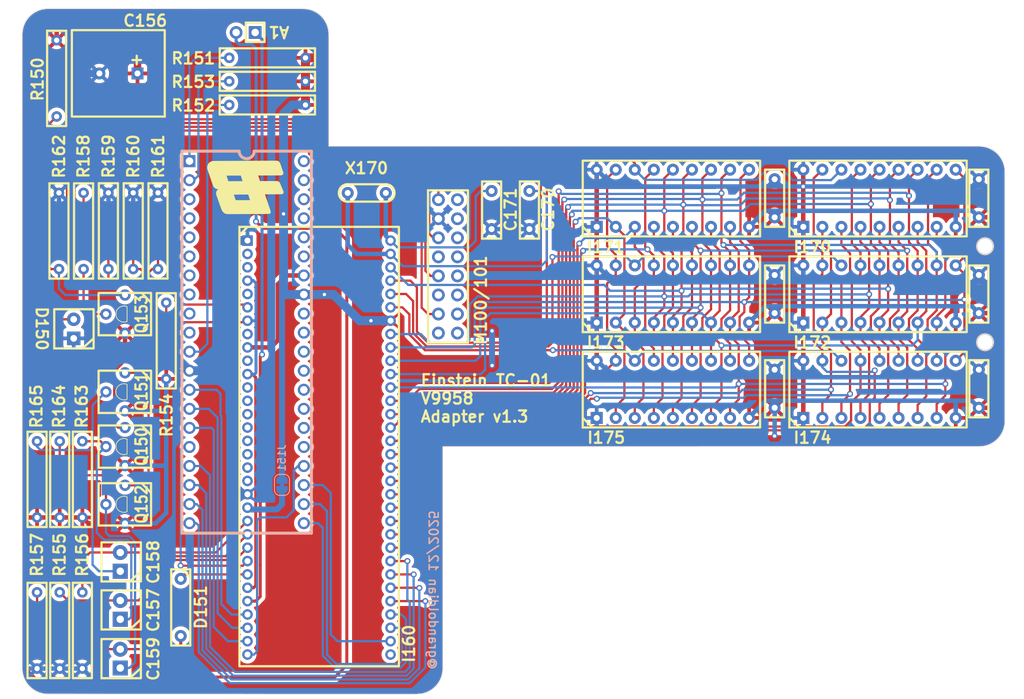
<source format=kicad_pcb>
(kicad_pcb (version 20241229) (generator "pcbnew") (generator_version "9.0")
  (layers (0 "F.Cu" signal) (2 "B.Cu" signal) (13 "F.Paste" user) (15 "B.Paste" user) (5 "F.SilkS" user "F.Silkscreen") (7 "B.SilkS" user "B.Silkscreen") (1 "F.Mask" user) (3 "B.Mask" user) (25 "Edge.Cuts" user))
  (net 0 "")
  (net 1 "GND")
  (net 2 "+5V")
  (net 3 "/D2")
  (net 4 "/D5")
  (net 5 "Net-(D150-A)")
  (net 8 "Net-(J150-~{RAS})")
  (net 9 "/D4")
  (net 13 "Net-(J150-R{slash}~{W})")
  (net 14 "/D7")
  (net 19 "/A0")
  (net 20 "/D6")
  (net 21 "/D1")
  (net 23 "~{RST}")
  (net 26 "~{CSR}")
  (net 27 "/D0")
  (net 28 "/VAD1")
  (net 29 "~{INTVDP}")
  (net 30 "VR{slash}~{W}")
  (net 34 "/D3")
  (net 35 "Net-(J150-~{CAS})")
  (net 36 "/VD3")
  (net 37 "~{CSW}")
  (net 39 "/VD4")
  (net 40 "/VD1")
  (net 41 "/VD0")
  (net 42 "/VD2")
  (net 43 "/VAD7")
  (net 44 "/VAD3")
  (net 45 "/VAD2")
  (net 46 "/VD7")
  (net 47 "/VAD0")
  (net 48 "/VAD4")
  (net 49 "~{VRAS}")
  (net 50 "/VAD5")
  (net 51 "/VD5")
  (net 52 "/VD6")
  (net 53 "/VAD6")
  (net 55 "R")
  (net 56 "G")
  (net 57 "B")
  (net 58 "Net-(Q150-B)")
  (net 59 "VR")
  (net 60 "VG")
  (net 61 "Net-(Q151-B)")
  (net 62 "Net-(Q152-B)")
  (net 63 "VB")
  (net 64 "Net-(I160-XTAL1)")
  (net 65 "Net-(I160-XTAL2)")
  (net 66 "~{VDPWAIT}")
  (net 67 "Net-(D151-K)")
  (net 68 "/A1")
  (net 69 "~{VCSYNC}")
  (net 73 "~{VCAS0}")
  (net 74 "~{VCASX}")
  (net 75 "~{VCAS1}")
  (net 77 "+5E")
  (net 99 "~{CSYNC}")
  (net 105 "Net-(Q153-B)")
  (net 106 "Net-(I160-VDD_DAC)")
  (footprint "Einstein:Transistor - Box 1 (Leg Rear)" (layer "F.Cu") (at 41.395 86.47 90)
    (property "Reference" "Q150")
    (property "Value" "BC547")
  )
  (footprint "Einstein:Resistor 10.16mm" (layer "F.Cu") (at 42.49 50.1 -90)
    (property "Reference" "R160")
    (property "Value" "470R")
  )
  (footprint "Einstein:CP_2.5MM" (layer "F.Cu") (at 40.76 113.445 90)
    (property "Reference" "C159")
    (property "Value" "1uF" (hide yes))
  )
  (footprint "Einstein:Resistor 10.16mm" (layer "F.Cu") (at 32.69 83.22 -90)
    (property "Reference" "R164")
    (property "Value" "12K")
  )
  (footprint "Einstein:Resistor 10.16mm" (layer "F.Cu") (at 55.29 35.24)
    (property "Reference" "R153")
    (property "Value" "10K")
  )
  (footprint "Einstein:DIP-18_W7.62mm" (layer "F.Cu") (at 131.81 54.61 90)
    (property "Reference" "I170")
    (property "Value" "TMS4464")
  )
  (footprint "Einstein:Transistor - Box 1 (Leg Rear)" (layer "F.Cu") (at 41.395 68.81 90)
    (property "Reference" "Q153")
    (property "Value" "BC547")
  )
  (footprint "Einstein:C_Disc_5.08mm" (layer "F.Cu") (at 127.99 73.68 -90)
    (property "Reference" "C155" (hide yes))
    (property "Value" "100nF")
  )
  (footprint "Einstein:Resistor 10.16mm" (layer "F.Cu") (at 29.67 83.22 -90)
    (property "Reference" "R165")
    (property "Value" "12K")
  )
  (footprint "Einstein:CP_2.5MM" (layer "F.Cu") (at 40.76 106.95 90)
    (property "Reference" "C157")
    (property "Value" "1uF" (hide yes))
  )
  (footprint "Einstein:Resistor 10.16mm" (layer "F.Cu") (at 35.87 50.11 -90)
    (property "Reference" "R158")
    (property "Value" "1K" (hide yes))
  )
  (footprint "Einstein:C_Disc_5.08mm" (layer "F.Cu") (at 127.99 48.29 -90)
    (property "Reference" "C153" (hide yes))
    (property "Value" "100nF")
  )
  (footprint "Einstein:DIP-18_W7.62mm" (layer "F.Cu") (at 104.27 54.61 90)
    (property "Reference" "I171")
    (property "Value" "TMS4464")
  )
  (footprint "Einstein:C_Disc_5.08mm" (layer "F.Cu") (at 155.21 73.68 -90)
    (property "Reference" "C151" (hide yes))
    (property "Value" "100nF")
  )
  (footprint "Einstein:DIP-18_W7.62mm" (layer "F.Cu") (at 104.27 67.37 90)
    (property "Reference" "I173")
    (property "Value" "TMS4464")
  )
  (footprint "Einstein:Resistor 10.16mm" (layer "F.Cu") (at 32.28 29.77 -90)
    (property "Reference" "R150")
    (property "Value" "1K")
  )
  (footprint "Einstein:Elec_5.08mm - Big Box" (layer "F.Cu") (at 43.06 34.19 180)
    (property "Reference" "C156")
    (property "Value" "220uF")
  )
  (footprint "Einstein:DIP-18_W7.62mm" (layer "F.Cu") (at 131.81 67.37 90)
    (property "Reference" "I172")
    (property "Value" "TMS4464")
  )
  (footprint "Einstein:PinSocket_2x08_P2.54mm_Vertical" (layer "F.Cu") (at 85.71 51.02)
    (property "Reference" "M100" (hide yes))
    (property "Value" "M100/101")
  )
  (footprint "Einstein:C_Disc_5.08mm" (layer "F.Cu") (at 155.21 48.29 -90)
    (property "Reference" "C150" (hide yes))
    (property "Value" "100nF")
  )
  (footprint "Einstein:Resistor 10.16mm" (layer "F.Cu") (at 55.29 32.11)
    (property "Reference" "R151")
    (property "Value" "10K")
  )
  (footprint "Einstein:Resistor 10.16mm" (layer "F.Cu") (at 35.71 113.52 90)
    (property "Reference" "R156")
    (property "Value" "1K8")
  )
  (footprint "Einstein:DIP-18_W7.62mm" (layer "F.Cu") (at 131.81 80.08 90)
    (property "Reference" "I174")
    (property "Value" "TMS4464")
  )
  (footprint "Einstein:Resistor 10.16mm" (layer "F.Cu") (at 55.29 38.39)
    (property "Reference" "R152")
    (property "Value" "10K")
  )
  (footprint "Einstein:BF12" (layer "F.Cu") (at 57.54 49.48)
    (property "Reference" "G150" (hide yes))
    (property "Value" "Board Folk Logo" (hide yes))
  )
  (footprint "Einstein:C_Disc_5.08mm" (layer "F.Cu") (at 155.21 61.06 -90)
    (property "Reference" "C152" (hide yes))
    (property "Value" "100nF")
  )
  (footprint "Einstein:LED_D3.0mm" (layer "F.Cu") (at 34.555 69.505 90)
    (property "Reference" "D150")
    (property "Value" "5V")
  )
  (footprint "Einstein:CP_2.5MM" (layer "F.Cu") (at 40.76 100.55 90)
    (property "Reference" "C158")
    (property "Value" "1uF" (hide yes))
  )
  (footprint "Einstein:Diode 7.62mm" (layer "F.Cu") (at 48.82 101.56 -90)
    (property "Reference" "D151")
    (property "Value" "1N914")
  )
  (footprint "Einstein:M11 PinHeader_1x02_P2.54mm" (layer "F.Cu") (at 58.745 28.73 -90)
    (property "Reference" "J153" (hide yes))
    (property "Value" "A1 & /WAIT" (hide yes))
  )
  (footprint "Einstein:Resistor 10.16mm" (layer "F.Cu") (at 29.67 113.52 90)
    (property "Reference" "R157")
    (property "Value" "1K8")
  )
  (footprint "Einstein:Resistor 10.16mm" (layer "F.Cu") (at 39.18 50.1 -90)
    (property "Reference" "R159")
    (property "Value" "470R")
  )
  (footprint "Einstein:Crystal" (layer "F.Cu") (at 71.08 50.12)
    (property "Reference" "X170")
    (property "Value" "21.47727MHz")
  )
  (footprint "Einstein:C_Disc_5.08mm" (layer "F.Cu") (at 127.99 61.06 -90)
    (property "Reference" "C154" (hide yes))
    (property "Value" "100nF")
  )
  (footprint "Einstein:Transistor - Box 1 (Leg Rear)" (layer "F.Cu") (at 41.395 79.17 90)
    (property "Reference" "Q151")
    (property "Value" "BC547")
  )
  (footprint "Einstein:Resistor 10.16mm" (layer "F.Cu") (at 32.59 50.11 -90)
    (property "Reference" "R162")
    (property "Value" "100R")
  )
  (footprint "Einstein:Transistor - Box 1 (Leg Rear)" (layer "F.Cu") (at 41.395 94.17 90)
    (property "Reference" "Q152")
    (property "Value" "BC547")
  )
  (footprint "Einstein:DIP-64_1.78mm Pitch_Socket" (layer "F.Cu") (at 57.72 56.45)
    (property "Reference" "I160")
    (property "Value" "V9958")
  )
  (footprint "Einstein:Resistor 10.16mm" (layer "F.Cu") (at 46.89 64.75 -90)
    (property "Reference" "R154")
    (property "Value" "1K")
  )
  (footprint "Einstein:Resistor 10.16mm" (layer "F.Cu") (at 35.71 83.22 -90)
    (property "Reference" "R163")
    (property "Value" "12K")
  )
  (footprint "Einstein:DIP-18_W7.62mm" (layer "F.Cu") (at 104.27 80.08 90)
    (property "Reference" "I175")
    (property "Value" "TMS4464")
  )
  (footprint "Einstein:C_Disc_5.08mm" (layer "F.Cu") (at 90.26 49.86 -90)
    (property "Reference" "C171")
    (property "Value" "27pF")
  )
  (footprint "Einstein:DIP-40_W15.24mm_Plug" (layer "F.Cu") (at 49.99 45.88)
    (property "Reference" "J150" (hide yes))
    (property "Value" "VDP PLUG" (hide yes))
  )
  (footprint "Einstein:Resistor 10.16mm" (layer "F.Cu") (at 32.69 113.52 90)
    (property "Reference" "R155")
    (property "Value" "1K8")
  )
  (footprint "Einstein:C_Disc_5.08mm" (layer "F.Cu") (at 95.3 49.86 -90)
    (property "Reference" "C170")
    (property "Value" "27pF")
  )
  (footprint "Einstein:Resistor 10.16mm" (layer "F.Cu") (at 45.79 50.1 -90)
    (property "Reference" "R161")
    (property "Value" "470R")
  )
  (footprint "Jumper:SolderJumper-2_P1.3mm_Bridged_RoundedPad1.0x1.5mm" (layer "B.Cu") (at 62.32 89.03 90)
    (property "Reference" "J151")
    (property "Value" "DAC Power" (hide yes))
  )
  (gr_rect (start 57.505 27.41) (end 59.995 29.99) (stroke (width 0.3)) (fill no) (layer "F.SilkS"))
  (gr_line (start 158.72 80.53) (end 158.72 47.29) (stroke (width 0.05)) (layer "Edge.Cuts"))
  (gr_line (start 31.09 116.950271) (end 80.36 116.96) (stroke (width 0.05)) (layer "Edge.Cuts"))
  (gr_line (start 65.16 25.525381) (end 31.095018 25.520208) (stroke (width 0.05)) (layer "Edge.Cuts"))
  (gr_line (start 83.79 113.53) (end 83.79 83.96) (stroke (width 0.05)) (layer "Edge.Cuts"))
  (gr_line (start 27.665376 28.95) (end 27.66 113.52) (stroke (width 0.05)) (layer "Edge.Cuts"))
  (gr_arc (start 65.16 25.525381) (mid 67.585376 26.530005) (end 68.59 28.955381) (stroke (width 0.05)) (layer "Edge.Cuts"))
  (gr_line (start 68.59 43.86) (end 68.59 28.955381) (stroke (width 0.05)) (layer "Edge.Cuts"))
  (gr_line (start 83.79 83.96) (end 155.29 83.96) (stroke (width 0.05)) (layer "Edge.Cuts"))
  (gr_arc (start 83.79 113.53) (mid 82.785376 115.955376) (end 80.36 116.96) (stroke (width 0.05)) (layer "Edge.Cuts"))
  (gr_circle (center 156.04 70.02) (end 157.14 70.02) (stroke (width 0.2)) (fill no) (layer "Edge.Cuts"))
  (gr_arc (start 27.665018 28.95) (mid 28.669642 26.524624) (end 31.095018 25.52) (stroke (width 0.05)) (layer "Edge.Cuts"))
  (gr_circle (center 156.04 57.22) (end 157.14 57.22) (stroke (width 0.2)) (fill no) (layer "Edge.Cuts"))
  (gr_arc (start 158.72 80.53) (mid 157.715376 82.955376) (end 155.29 83.96) (stroke (width 0.05)) (layer "Edge.Cuts"))
  (gr_arc (start 31.09 116.95) (mid 28.664624 115.945376) (end 27.66 113.52) (stroke (width 0.05)) (layer "Edge.Cuts"))
  (gr_arc (start 155.29 43.86) (mid 157.715376 44.864624) (end 158.72 47.29) (stroke (width 0.05)) (layer "Edge.Cuts"))
  (gr_line (start 155.29 43.86) (end 68.59 43.86) (stroke (width 0.05)) (layer "Edge.Cuts"))
  (gr_text "Einstein TC-01\nV9958\nAdapter v1.3" (at 80.65 80.81 0) (layer "F.SilkS") (effects (font (size 1.5 1.5) (thickness 0.3) (bold yes)) (justify left bottom)))
  (gr_text "A1" (at 63.45 27.8 180) (layer "F.SilkS") (effects (font (size 1.5 1.5) (thickness 0.3) (bold yes)) (justify left bottom)))
  (gr_text "@grandoldian 12/2025" (at 81.78 113.78 270) (layer "B.SilkS") (effects (font (size 1.2 1.2) (thickness 0.2) (bold yes)) (justify left bottom mirror)))
  (segment (start 104.27 67.4) (end 104.27 72.49) (width 0.6) (layer "F.Cu") (net 1))
  (segment (start 131.8 49.26) (end 131.8 54.63) (width 0.6) (layer "F.Cu") (net 1))
  (segment (start 131.81 59.78) (end 131.81 67.4) (width 0.6) (layer "F.Cu") (net 1))
  (segment (start 104.27 67.4) (end 104.27 59.78) (width 0.6) (layer "F.Cu") (net 1))
  (segment (start 131.81 72.49) (end 131.81 67.4) (width 0.6) (layer "F.Cu") (net 1))
  (segment (start 104.27 54.64) (end 104.27 59.78) (width 0.6) (layer "F.Cu") (net 1))
  (segment (start 131.81 72.49) (end 131.81 80.11) (width 0.6) (layer "F.Cu") (net 1))
  (segment (start 131.8 47.03) (end 131.81 47.02) (width 0.6) (layer "F.Cu") (net 1))
  (segment (start 104.27 54.64) (end 104.27 47.02) (width 0.6) (layer "F.Cu") (net 1))
  (segment (start 131.8 49.26) (end 131.8 47.03) (width 0.6) (layer "F.Cu") (net 1))
  (segment (start 131.8 54.63) (end 131.81 54.64) (width 0.6) (layer "F.Cu") (net 1))
  (segment (start 131.81 59.78) (end 131.81 54.64) (width 0.6) (layer "F.Cu") (net 1))
  (via (at 131.8 49.26) (size 0.8) (drill 0.45) (layers "F.Cu" "B.Cu") (net 1))
  (segment (start 106.55 74.68) (end 128 74.68) (width 0.6) (layer "B.Cu") (net 1))
  (segment (start 153.081778 44.262778) (end 155.169185 44.262778) (width 0.6) (layer "B.Cu") (net 1))
  (segment (start 28.296074 34.19) (end 28.266041 34.220033) (width 1) (layer "B.Cu") (net 1))
  (segment (start 68.189 44.0261) (end 68.189 29.309) (width 0.6) (layer "B.Cu") (net 1))
  (segment (start 55.8 89.04) (end 57.05 90.29) (width 1.2) (layer "B.Cu") (net 1))
  (segment (start 28.06257 113.391787) (end 28.190783 113.52) (width 0.6) (layer "B.Cu") (net 1))
  (segment (start 80.181673 116.557735) (end 73.952265 116.557735) (width 0.6) (layer "B.Cu") (net 1))
  (segment (start 131.81 62) (end 131.79 62.02) (width 0.6) (layer "B.Cu") (net 1))
  (segment (start 158.319 74.65) (end 158.319 80.321) (width 0.6) (layer "B.Cu") (net 1))
  (segment (start 127.99 48.29) (end 127.99 49.21) (width 0.6) (layer "B.Cu") (net 1))
  (segment (start 44.12 51.77) (end 42.48 51.77) (width 0.6) (layer "B.Cu") (net 1))
  (segment (start 55.8 56.88) (end 55.8 73.84) (width 1.2) (layer "B.Cu") (net 1))
  (segment (start 38.740781 116.550781) (end 35.71 113.52) (width 0.6) (layer "B.Cu") (net 1))
  (segment (start 92.72 44.301) (end 92.76 44.261) (width 0.6) (layer "B.Cu") (net 1))
  (segment (start 28.066356 29.274899) (end 28.064926 51.77) (width 0.6) (layer "B.Cu") (net 1))
  (segment (start 55.78 73.82) (end 55.8 73.84) (width 1.2) (layer "B.Cu") (net 1))
  (segment (start 131.81 74.66) (end 131.79 74.68) (width 0.6) (layer "B.Cu") (net 1))
  (segment (start 34.599517 25.921258) (end 31.419997 25.921258) (width 0.6) (layer "B.Cu") (net 1))
  (segment (start 39.19 50.1) (end 39.19 51.77) (width 0.6) (layer "B.Cu") (net 1))
  (segment (start 28.061504 105.590372) (end 28.061136 105.59074) (width 0.6) (layer "B.Cu") (net 1))
  (segment (start 127.93 62.02) (end 131.79 62.02) (width 0.6) (layer "B.Cu") (net 1))
  (segment (start 92.72 54.94) (end 95.3 54.94) (width 0.6) (layer "B.Cu") (net 1))
  (segment (start 57.05 90.29) (end 57.72 90.29) (width 1.2) (layer "B.Cu") (net 1))
  (segment (start 155.18 62.02) (end 158.319 62.02) (width 0.6) (layer "B.Cu") (net 1))
  (segment (start 127.99 61.96) (end 127.93 62.02) (width 0.6) (layer "B.Cu") (net 1))
  (segment (start 28.061136 105.59074) (end 28.061136 113.340537) (width 0.6) (layer "B.Cu") (net 1))
  (segment (start 34.6 25.921741) (end 34.599517 25.921258) (width 0.6) (layer "B.Cu") (net 1))
  (segment (start 55.8 73.84) (end 55.8 89.04) (width 1.2) (layer "B.Cu") (net 1))
  (segment (start 104.27 80.02) (end 104.27 83.556136) (width 0.6) (layer "B.Cu") (net 1))
  (segment (start 57.72 56.47) (end 56.21 56.47) (width 1.2) (layer "B.Cu") (net 1))
  (segment (start 83.6244 83.558467) (end 83.389 83.793867) (width 0.6) (layer "B.Cu") (net 1))
  (segment (start 28.363628 72.180008) (end 28.363629 72.160042) (width 1.2) (layer "B.Cu") (net 1))
  (segment (start 127.99 74.67) (end 128 74.68) (width 0.6) (layer "B.Cu") (net 1))
  (segment (start 28.061136 113.340537) (end 28.06257 113.391787) (width 0.6) (layer "B.Cu") (net 1))
  (segment (start 158.289 74.68) (end 158.319 74.65) (width 0.6) (layer "B.Cu") (net 1))
  (segment (start 127.94 49.26) (end 131.8 49.26) (width 0.6) (layer "B.Cu") (net 1))
  (segment (start 155.169185 44.262778) (end 158.319 47.412593) (width 0.6) (layer "B.Cu") (net 1))
  (segment (start 42.49 50.1) (end 42.49 51.76) (width 0.6) (layer "B.Cu") (net 1))
  (segment (start 155.21 48.29) (end 155.21 49.26) (width 0.6) (layer "B.Cu") (net 1))
  (segment (start 32.55 51.77) (end 28.064926 51.77) (width 0.6) (layer "B.Cu") (net 1))
  (segment (start 155.21 61.06) (end 155.21 61.99) (width 0.6) (layer "B.Cu") (net 1))
  (segment (start 87.599427 83.558467) (end 83.6244 83.558467) (width 0.6) (layer "B.Cu") (net 1))
  (segment (start 42.48 51.77) (end 39.19 51.77) (width 0.6) (layer "B.Cu") (net 1))
  (segment (start 127.99 73.68) (end 127.99 74.67) (width 0.6) (layer "B.Cu") (net 1))
  (segment (start 131.79 74.68) (end 155.23 74.68) (width 0.6) (layer "B.Cu") (net 1))
  (segment (start 131.81 80.02) (end 131.81 83.532281) (width 0.6) (layer "B.Cu") (net 1))
  (segment (start 155.21 61.99) (end 155.18 62.02) (width 0.6) (layer "B.Cu") (net 1))
  (segment (start 32.59 50.11) (end 32.59 51.73) (width 0.6) (layer "B.Cu") (net 1))
  (segment (start 155.21 74.66) (end 155.23 74.68) (width 0.6) (layer "B.Cu") (net 1))
  (segment (start 131.81 72.4) (end 131.81 74.66) (width 0.6) (layer "B.Cu") (net 1))
  (segment (start 153.08 44.261) (end 153.081778 44.262778) (width 0.6) (layer "B.Cu") (net 1))
  (segment (start 64.709793 25.926313) (end 34.6 25.921741) (width 0.6) (layer "B.Cu") (net 1))
  (segment (start 104.27 47.01) (end 106.52 49.26) (width 0.6) (layer "B.Cu") (net 1))
  (segment (start 68.4239 44.261) (end 68.189 44.0261) (width 0.6) (layer "B.Cu") (net 1))
  (segment (start 104.27 59.78) (end 106.51 62.02) (width 0.6) (layer "B.Cu") (net 1))
  (segment (start 73.952265 116.557735) (end 38.740781 116.550781) (width 0.6) (layer "B.Cu") (net 1))
  (segment (start 81.79 44.261) (end 68.4239 44.261) (width 0.6) (layer "B.Cu") (net 1))
  (segment (start 155.23 74.68) (end 158.289 74.68) (width 0.6) (layer "B.Cu") (net 1))
  (segment (start 49.99 73.82) (end 48.350008 72.180008) (width 1.2) (layer "B.Cu") (net 1))
  (segment (start 42.49 51.76) (end 42.48 51.77) (width 0.6) (layer "B.Cu") (net 1))
  (segment (start 155.21 73.68) (end 155.21 74.66) (width 0.6) (layer "B.Cu") (net 1))
  (segment (start 35.71 113.52) (end 32.69 113.52) (width 0.6) (layer "B.Cu") (net 1))
  (segment (start 64.806313 25.926313) (end 64.709793 25.926313) (width 0.6) (layer "B.Cu") (net 1))
  (segment (start 158.319 80.321) (end 155.090972 83.549028) (width 0.6) (layer "B.Cu") (net 1))
  (segment (start 155.090972 83.549028) (end 131.83 83.552281) (width 0.6) (layer "B.Cu") (net 1))
  (segment (start 83.389 83.793867) (end 83.389 113.350408) (width 0.6) (layer "B.Cu") (net 1))
  (segment (start 131.79 62.02) (end 155.18 62.02) (width 0.6) (layer "B.Cu") (net 1))
  (segment (start 39.19 51.77) (end 32.55 51.77) (width 0.6) (layer "B.Cu") (net 1))
  (segment (start 28.064926 51.77) (end 28.061504 105.590372) (width 0.6) (layer "B.Cu") (net 1))
  (segment (start 127.99 61.06) (end 127.99 61.96) (width 0.6) (layer "B.Cu") (net 1))
  (segment (start 158.319 49.26) (end 158.319 62.02) (width 0.6) (layer "B.Cu") (net 1))
  (segment (start 32.59 51.73) (end 32.55 51.77) (width 0.6) (layer "B.Cu") (net 1))
  (segment (start 131.83 83.552281) (end 104.27 83.556136) (width 0.6) (layer "B.Cu") (net 1))
  (segment (start 83.17 53.56) (end 81.79 52.18) (width 0.6) (layer "B.Cu") (net 1))
  (segment (start 34.48 72.180008) (end 32.26 72.180008) (width 1.2) (layer "B.Cu") (net 1))
  (segment (start 92.76 44.261) (end 153.08 44.261) (width 0.6) (layer "B.Cu") (net 1))
  (segment (start 106.52 49.26) (end 127.94 49.26) (width 0.6) (layer "B.Cu") (net 1))
  (segment (start 45.79 50.1) (end 44.12 51.77) (width 0.6) (layer "B.Cu") (net 1))
  (segment (start 104.27 83.556136) (end 87.599427 83.558467) (width 0.6) (layer "B.Cu") (net 1))
  (segment (start 48.350008 72.180008) (end 34.48 72.180008) (width 1.2) (layer "B.Cu") (net 1))
  (segment (start 131.81 59.78) (end 131.81 62) (width 0.6) (layer "B.Cu") (net 1))
  (segment (start 104.27 72.4) (end 106.55 74.68) (width 0.6) (layer "B.Cu") (net 1))
  (segment (start 92.72 54.94) (end 92.72 44.301) (width 0.6) (layer "B.Cu") (net 1))
  (segment (start 34.555 69.505) (end 34.555 72.105008) (width 0.3) (layer "B.Cu") (net 1))
  (segment (start 56.21 56.47) (end 55.8 56.88) (width 1.2) (layer "B.Cu") (net 1))
  (segment (start 81.79 52.18) (end 81.79 44.261) (width 0.6) (layer "B.Cu") (net 1))
  (segment (start 90.26 54.94) (end 92.72 54.94) (width 0.6) (layer "B.Cu") (net 1))
  (segment (start 131.81 83.532281) (end 131.83 83.552281) (width 0.6) (layer "B.Cu") (net 1))
  (segment (start 128 74.68) (end 131.79 74.68) (width 0.6) (layer "B.Cu") (net 1))
  (segment (start 68.189 29.309) (end 64.806313 25.926313) (width 0.6) (layer "B.Cu") (net 1))
  (segment (start 31.419997 25.921258) (end 28.066356 29.274899) (width 0.6) (layer "B.Cu") (net 1))
  (segment (start 34.555 72.105008) (end 34.48 72.180008) (width 0.3) (layer "B.Cu") (net 1))
  (segment (start 28.190783 113.52) (end 29.67 113.52) (width 0.6) (layer "B.Cu") (net 1))
  (segment (start 127.99 49.21) (end 127.94 49.26) (width 0.6) (layer "B.Cu") (net 1))
  (segment (start 49.99 73.82) (end 55.78 73.82) (width 1.2) (layer "B.Cu") (net 1))
  (segment (start 106.51 62.02) (end 127.93 62.02) (width 0.6) (layer "B.Cu") (net 1))
  (segment (start 155.21 49.26) (end 158.319 49.26) (width 0.6) (layer "B.Cu") (net 1))
  (segment (start 131.81 49.25) (end 131.8 49.26) (width 0.6) (layer "B.Cu") (net 1))
  (segment (start 32.69 113.52) (end 29.67 113.52) (width 0.6) (layer "B.Cu") (net 1))
  (segment (start 131.8 49.26) (end 155.21 49.26) (width 0.6) (layer "B.Cu") (net 1))
  (segment (start 83.389 113.350408) (end 80.181673 116.557735) (width 0.6) (layer "B.Cu") (net 1))
  (segment (start 81.79 44.261) (end 92.76 44.261) (width 0.6) (layer "B.Cu") (net 1))
  (segment (start 158.319 47.412593) (end 158.319 49.26) (width 0.6) (layer "B.Cu") (net 1))
  (segment (start 32.26 72.180008) (end 28.363628 72.180008) (width 1.2) (layer "B.Cu") (net 1))
  (segment (start 158.319 62.02) (end 158.319 74.65) (width 0.6) (layer "B.Cu") (net 1))
  (segment (start 37.98 34.19) (end 28.296074 34.19) (width 1) (layer "B.Cu") (net 1))
  (segment (start 40.929911 25.922702) (end 35.979898 25.92195) (width 0.6) (layer "F.Cu") (net 2))
  (segment (start 158.279 53.37) (end 158.319 53.41) (width 0.6) (layer "F.Cu") (net 2))
  (segment (start 155.21 53.37) (end 158.279 53.37) (width 0.6) (layer "F.Cu") (net 2))
  (segment (start 28.182272 93.38) (end 28.062272 93.5) (width 0.6) (layer "F.Cu") (net 2))
  (segment (start 64.816183 25.926183) (end 68.189 29.299) (width 0.6) (layer "F.Cu") (net 2))
  (segment (start 28.066096 29.080273) (end 28.066096 33.360117) (width 0.6) (layer "F.Cu") (net 2))
  (segment (start 39.58 25.922497) (end 63.859916 25.926183) (width 0.6) (layer "F.Cu") (net 2))
  (segment (start 158.249 78.76) (end 158.319 78.69) (width 0.6) (layer "F.Cu") (net 2))
  (segment (start 158.319 47.419) (end 158.319 53.41) (width 0.6) (layer "F.Cu") (net 2))
  (segment (start 39.63 72.21) (end 28.093624 72.21) (width 0.6) (layer "F.Cu") (net 2))
  (segment (start 83.627492 83.555375) (end 83.389 83.793867) (width 0.6) (layer "F.Cu") (net 2))
  (segment (start 28.093624 72.21) (end 28.063624 72.24) (width 0.6) (layer "F.Cu") (net 2))
  (segment (start 155.110975 83.549025) (end 127.98 83.55282) (width 0.6) (layer "F.Cu") (net 2))
  (segment (start 158.319 78.69) (end 158.319 80.341) (width 0.6) (layer "F.Cu") (net 2))
  (segment (start 63.859916 25.926183) (end 64.816183 25.926183) (width 0.6) (layer "F.Cu") (net 2))
  (segment (start 65.45 32.11) (end 67.879 32.11) (width 1.2) (layer "F.Cu") (net 2))
  (segment (start 109.708242 83.555375) (end 83.627492 83.555375) (width 0.6) (layer "F.Cu") (net 2))
  (segment (start 31.029284 116.549284) (end 29.86 115.38) (width 0.6) (layer "F.Cu") (net 2))
  (segment (start 32.28 25.92195) (end 32.28 29.77) (width 0.6) (layer "F.Cu") (net 2))
  (segment (start 28.061011 113.340419) (end 28.062272 93.5) (width 0.6) (layer "F.Cu") (net 2))
  (segment (start 68.189 44.0261) (end 68.4239 44.261) (width 0.6) (layer "F.Cu") (net 2))
  (segment (start 68.189 29.299) (end 68.189 44.0261) (width 0.6) (layer "F.Cu") (net 2))
  (segment (start 158.319 53.41) (end 158.319 66.13) (width 0.6) (layer "F.Cu") (net 2))
  (segment (start 68.4239 44.261) (end 155.161 44.261) (width 0.6) (layer "F.Cu") (net 2))
  (segment (start 35.979898 25.92195) (end 32.28 25.92195) (width 0.6) (layer "F.Cu") (net 2))
  (segment (start 155.21 78.76) (end 158.249 78.76) (width 0.6) (layer "F.Cu") (net 2))
  (segment (start 127.98 83.55282) (end 109.708242 83.555375) (width 0.6) (layer "F.Cu") (net 2))
  (segment (start 83.389 113.381) (end 80.211035 116.558965) (width 0.6) (layer "F.Cu") (net 2))
  (segment (start 155.21 66.14) (end 158.309 66.14) (width 0.6) (layer "F.Cu") (net 2))
  (segment (start 41.395 70.445) (end 39.63 72.21) (width 0.6) (layer "F.Cu") (net 2))
  (segment (start 41.395 94.17) (end 36.5 94.17) (width 0.6) (layer "F.Cu") (net 2))
  (segment (start 28.062272 93.5) (end 28.063624 72.24) (width 0.6) (layer "F.Cu") (net 2))
  (segment (start 155.161 44.261) (end 158.319 47.419) (width 0.6) (layer "F.Cu") (net 2))
  (segment (start 29.831529 115.38) (end 28.061011 113.609482) (width 0.6) (layer "F.Cu") (net 2))
  (segment (start 31.159284 116.549284) (end 31.029284 116.549284) (width 0.6) (layer "F.Cu") (net 2))
  (segment (start 32.28 25.92195) (end 31.224419 25.92195) (width 0.6) (layer "F.Cu") (net 2))
  (segment (start 127.98 82.512) (end 127.98 83.55282) (width 0.6) (layer "F.Cu") (net 2))
  (segment (start 28.061011 113.609482) (end 28.061011 113.340419) (width 0.6) (layer "F.Cu") (net 2))
  (segment (start 36.5 94.17) (end 35.71 93.38) (width 0.6) (layer "F.Cu") (net 2))
  (segment (start 43.06 26.132997) (end 43.06997 26.123027) (width 1) (layer "F.Cu") (net 2))
  (segment (start 28.063624 72.24) (end 28.066118 33.013882) (width 0.6) (layer "F.Cu") (net 2))
  (segment (start 158.319 66.13) (end 158.319 78.69) (width 0.6) (layer "F.Cu") (net 2))
  (segment (start 67.879 32.11) (end 67.889 32.12) (width 1.2) (layer "F.Cu") (net 2))
  (segment (start 65.45 38.39) (end 65.45 32.11) (width 1.2) (layer "F.Cu") (net 2))
  (segment (start 41.395 68.81) (end 41.395 70.445) (width 0.6) (layer "F.Cu") (net 2))
  (segment (start 29.86 115.38) (end 29.831529 115.38) (width 0.6) (layer "F.Cu") (net 2))
  (segment (start 83.389 83.793867) (end 83.389 113.381) (width 0.6) (layer "F.Cu") (net 2))
  (segment (start 31.224419 25.92195) (end 28.066096 29.080273) (width 0.6) (layer "F.Cu") (net 2))
  (segment (start 43.06 34.19) (end 43.06 26.132997) (width 1) (layer "F.Cu") (net 2))
  (segment (start 80.211035 116.558965) (end 80.180442 116.558965) (width 0.6) (layer "F.Cu") (net 2))
  (segment (start 35.71 93.38) (end 28.182272 93.38) (width 0.6) (layer "F.Cu") (net 2))
  (segment (start 158.309 66.14) (end 158.319 66.13) (width 0.6) (layer "F.Cu") (net 2))
  (segment (start 158.319 80.341) (end 155.110975 83.549025) (width 0.6) (layer "F.Cu") (net 2))
  (segment (start 80.180442 116.558965) (end 31.159284 116.549284) (width 0.6) (layer "F.Cu") (net 2))
  (via (at 62.53 52.91) (size 0.8) (drill 0.45) (layers "F.Cu" "B.Cu") (net 2))
  (via (at 127.98 82.512) (size 0.8) (drill 0.45) (layers "F.Cu" "B.Cu") (net 2))
  (via (at 74.18 67.15) (size 0.8) (drill 0.45) (layers "F.Cu" "B.Cu") (net 2))
  (via (at 67.97 63.66) (size 0.8) (drill 0.45) (layers "F.Cu" "B.Cu") (net 2))
  (via (at 90.32 68.51) (size 0.8) (drill 0.45) (layers "F.Cu" "B.Cu") (net 2))
  (via (at 90.33 73.12) (size 0.8) (drill 0.45) (layers "F.Cu" "B.Cu") (net 2))
  (segment (start 152.14 77.81) (end 154.26 77.81) (width 0.6) (layer "B.Cu") (net 2))
  (segment (start 126.8 77.81) (end 127.96 77.81) (width 0.6) (layer "B.Cu") (net 2))
  (segment (start 41.395 86.47) (end 46.84 86.47) (width 0.6) (layer "B.Cu") (net 2))
  (segment (start 90.32 68.51) (end 90.32 73.11) (width 0.8) (layer "B.Cu") (net 2))
  (segment (start 127.99 77.84) (end 127.96 77.81) (width 0.6) (layer "B.Cu") (net 2))
  (segment (start 152.13 67.4) (end 152.13 65.24) (width 0.6) (layer "B.Cu") (net 2))
  (segment (start 154.26 77.81) (end 155.21 78.76) (width 0.6) (layer "B.Cu") (net 2))
  (segment (start 41.395 79.17) (end 46.79 79.17) (width 0.6) (layer "B.Cu") (net 2))
  (segment (start 152.13 77.82) (end 152.14 77.81) (width 0.6) (layer "B.Cu") (net 2))
  (segment (start 124.59 67.4) (end 126.77 65.22) (width 0.6) (layer "B.Cu") (net 2))
  (segment (start 41.395 94.17) (end 45.48 94.17) (width 0.6) (layer "B.Cu") (net 2))
  (segment (start 62.53 61.69) (end 62.53 52.91) (width 1.2) (layer "B.Cu") (net 2))
  (segment (start 46.89 92.76) (end 46.89 86.52) (width 0.6) (layer "B.Cu") (net 2))
  (segment (start 127.99 78.76) (end 127.99 82.502) (width 0.6) (layer "B.Cu") (net 2))
  (segment (start 152.13 52.55) (end 152.18 52.5) (width 0.6) (layer "B.Cu") (net 2))
  (segment (start 74.18 67.15) (end 76.79 67.15) (width 1.2) (layer "B.Cu") (net 2))
  (segment (start 69.19 63.66) (end 72.68 67.15) (width 1.2) (layer "B.Cu") (net 2))
  (segment (start 127.99 65.25) (end 127.96 65.22) (width 0.6) (layer "B.Cu") (net 2))
  (segment (start 62.53 39.54) (end 63.68 38.39) (width 1.2) (layer "B.Cu") (net 2))
  (segment (start 62.32 61.9) (end 62.53 61.69) (width 0.8) (layer "B.Cu") (net 2))
  (segment (start 152.11 65.22) (end 154.29 65.22) (width 0.6) (layer "B.Cu") (net 2))
  (segment (start 154.34 52.5) (end 155.21 53.37) (width 0.6) (layer "B.Cu") (net 2))
  (segment (start 127.99 66.14) (end 127.99 65.25) (width 0.6) (layer "B.Cu") (net 2))
  (segment (start 65.23 63.66) (end 67.97 63.66) (width 1.2) (layer "B.Cu") (net 2))
  (segment (start 62.32 88.15) (end 62.32 88.38) (width 0.8) (layer "B.Cu") (net 2))
  (segment (start 46.84 86.47) (end 46.89 86.52) (width 0.6) (layer "B.Cu") (net 2))
  (segment (start 62.32 88.38) (end 62.32 61.9) (width 0.8) (layer "B.Cu") (net 2))
  (segment (start 72.68 67.15) (end 74.18 67.15) (width 1.2) (layer "B.Cu") (net 2))
  (segment (start 62.53 52.91) (end 62.53 39.54) (width 1.2) (layer "B.Cu") (net 2))
  (segment (start 124.59 54.63) (end 126.72 52.5) (width 0.6) (layer "B.Cu") (net 2))
  (segment (start 127.96 65.22) (end 152.11 65.22) (width 0.6) (layer "B.Cu") (net 2))
  (segment (start 127.99 78.76) (end 127.99 77.84) (width 0.6) (layer "B.Cu") (net 2))
  (segment (start 154.29 65.22) (end 155.21 66.14) (width 0.6) (layer "B.Cu") (net 2))
  (segment (start 152.18 52.5) (end 154.34 52.5) (width 0.6) (layer "B.Cu") (net 2))
  (segment (start 152.13 65.24) (end 152.11 65.22) (width 0.6) (layer "B.Cu") (net 2))
  (segment (start 68.89 63.66) (end 69.19 63.66) (width 1.2) (layer "B.Cu") (net 2))
  (segment (start 90.32 73.11) (end 90.33 73.12) (width 0.8) (layer "B.Cu") (net 2))
  (segment (start 46.89 86.52) (end 46.89 79.27) (width 0.6) (layer "B.Cu") (net 2))
  (segment (start 127.99 52.56) (end 128.05 52.5) (width 0.6) (layer "B.Cu") (net 2))
  (segment (start 45.48 94.17) (end 46.89 92.76) (width 0.6) (layer "B.Cu") (net 2))
  (segment (start 63.68 38.39) (end 65.45 38.39) (width 1.2) (layer "B.Cu") (net 2))
  (segment (start 127.96 77.81) (end 152.14 77.81) (width 0.6) (layer "B.Cu") (net 2))
  (segment (start 46.89 79.27) (end 46.89 74.91) (width 0.6) (layer "B.Cu") (net 2))
  (segment (start 67.97 63.66) (end 68.89 63.66) (width 1.2) (layer "B.Cu") (net 2))
  (segment (start 124.59 80.02) (end 126.8 77.81) (width 0.6) (layer "B.Cu") (net 2))
  (segment (start 126.72 52.5) (end 128.05 52.5) (width 0.6) (layer "B.Cu") (net 2))
  (segment (start 46.79 79.17) (end 46.89 79.27) (width 0.6) (layer "B.Cu") (net 2))
  (segment (start 62.53 63.66) (end 62.53 61.69) (width 1.2) (layer "B.Cu") (net 2))
  (segment (start 126.77 65.22) (end 127.96 65.22) (width 0.6) (layer "B.Cu") (net 2))
  (segment (start 152.13 80.02) (end 152.13 77.82) (width 0.6) (layer "B.Cu") (net 2))
  (segment (start 127.99 53.37) (end 127.99 52.56) (width 0.6) (layer "B.Cu") (net 2))
  (segment (start 65.23 63.66) (end 62.53 63.66) (width 1.2) (layer "B.Cu") (net 2))
  (segment (start 128.05 52.5) (end 152.18 52.5) (width 0.6) (layer "B.Cu") (net 2))
  (segment (start 152.13 54.63) (end 152.13 52.55) (width 0.6) (layer "B.Cu") (net 2))
  (segment (start 127.99 82.502) (end 127.98 82.512) (width 0.6) (layer "B.Cu") (net 2))
  (segment (start 80.4 102.75) (end 76.79 102.75) (width 0.3) (layer "F.Cu") (net 3))
  (segment (start 80.42 102.77) (end 80.4 102.75) (width 0.3) (layer "F.Cu") (net 3))
  (segment (start 80.63 102.77) (end 80.42 102.77) (width 0.3) (layer "F.Cu") (net 3))
  (via (at 80.63 102.77) (size 0.8) (drill 0.45) (layers "F.Cu" "B.Cu") (net 3))
  (segment (start 80.63 113.47148) (end 79.13248 114.969) (width 0.3) (layer "B.Cu") (net 3))
  (segment (start 80.63 102.77) (end 80.63 113.47148) (width 0.3) (layer "B.Cu") (net 3))
  (segment (start 55.569 114.969) (end 51.721 111.121) (width 0.3) (layer "B.Cu") (net 3))
  (segment (start 51.721 111.121) (end 51.721 92.381) (width 0.3) (layer "B.Cu") (net 3))
  (segment (start 51.721 92.381) (end 50.94 91.6) (width 0.3) (layer "B.Cu") (net 3))
  (segment (start 79.13248 114.969) (end 55.569 114.969) (width 0.3) (layer "B.Cu") (net 3))
  (segment (start 50.94 91.6) (end 49.99 91.6) (width 0.3) (layer "B.Cu") (net 3))
  (segment (start 69.57 112.91) (end 77.89 112.91) (width 0.3) (layer "B.Cu") (net 4))
  (segment (start 65.23 91.6) (end 67.38 91.6) (width 0.3) (layer "B.Cu") (net 4))
  (segment (start 78.11 108.09) (end 76.79 108.09) (width 0.3) (layer "B.Cu") (net 4))
  (segment (start 78.33 108.31) (end 78.11 108.09) (width 0.3) (layer "B.Cu") (net 4))
  (segment (start 78.33 112.47) (end 78.33 108.31) (width 0.3) (layer "B.Cu") (net 4))
  (segment (start 67.38 91.6) (end 68.319 92.539) (width 0.3) (layer "B.Cu") (net 4))
  (segment (start 68.319 92.539) (end 68.319 111.659) (width 0.3) (layer "B.Cu") (net 4))
  (segment (start 68.319 111.659) (end 69.57 112.91) (width 0.3) (layer "B.Cu") (net 4))
  (segment (start 77.89 112.91) (end 78.33 112.47) (width 0.3) (layer "B.Cu") (net 4))
  (segment (start 30.15 66.1) (end 30.15 42.06) (width 0.3) (layer "F.Cu") (net 5))
  (segment (start 30.15 42.06) (end 32.28 39.93) (width 0.3) (layer "F.Cu") (net 5))
  (segment (start 31.015 66.965) (end 34.555 66.965) (width 0.3) (layer "F.Cu") (net 5))
  (segment (start 30.15 66.1) (end 31.015 66.965) (width 0.3) (layer "F.Cu") (net 5))
  (segment (start 49.99 45.88) (end 49.99 33.01) (width 0.3) (layer "B.Cu") (net 8))
  (segment (start 50.89 32.11) (end 55.29 32.11) (width 0.3) (layer "B.Cu") (net 8))
  (segment (start 49.99 33.01) (end 50.89 32.11) (width 0.3) (layer "B.Cu") (net 8))
  (segment (start 78.24 106.31) (end 76.79 106.31) (width 0.3) (layer "B.Cu") (net 9))
  (segment (start 65.23 94.14) (end 67.13 94.14) (width 0.3) (layer "B.Cu") (net 9))
  (segment (start 78.09752 113.411) (end 78.85 112.65852) (width 0.3) (layer "B.Cu") (net 9))
  (segment (start 78.85 106.92) (end 78.24 106.31) (width 0.3) (layer "B.Cu") (net 9))
  (segment (start 78.85 112.65852) (end 78.85 106.92) (width 0.3) (layer "B.Cu") (net 9))
  (segment (start 67.76 94.77) (end 67.76 111.80852) (width 0.3) (layer "B.Cu") (net 9))
  (segment (start 69.362479 113.411) (end 78.09752 113.411) (width 0.3) (layer "B.Cu") (net 9))
  (segment (start 67.13 94.14) (end 67.76 94.77) (width 0.3) (layer "B.Cu") (net 9))
  (segment (start 67.76 111.80852) (end 69.362479 113.411) (width 0.3) (layer "B.Cu") (net 9))
  (segment (start 52.37 70.22) (end 52.37 38.99) (width 0.3) (layer "B.Cu") (net 13))
  (segment (start 51.31 71.28) (end 52.37 70.22) (width 0.3) (layer "B.Cu") (net 13))
  (segment (start 52.37 38.99) (end 52.97 38.39) (width 0.3) (layer "B.Cu") (net 13))
  (segment (start 49.99 71.28) (end 51.31 71.28) (width 0.3) (layer "B.Cu") (net 13))
  (segment (start 52.97 38.39) (end 55.29 38.39) (width 0.3) (layer "B.Cu") (net 13))
  (segment (start 59 111.23) (end 58.58 111.65) (width 0.3) (layer "B.Cu") (net 14))
  (segment (start 63.89 87.09) (end 63.89 92.4) (width 0.3) (layer "B.Cu") (net 14))
  (segment (start 58.58 111.65) (end 57.72 111.65) (width 0.3) (layer "B.Cu") (net 14))
  (segment (start 62.92 93.37) (end 59.38 93.37) (width 0.3) (layer "B.Cu") (net 14))
  (segment (start 64.46 86.52) (end 63.89 87.09) (width 0.3) (layer "B.Cu") (net 14))
  (segment (start 63.89 92.4) (end 62.92 93.37) (width 0.3) (layer "B.Cu") (net 14))
  (segment (start 59.38 93.37) (end 59 93.75) (width 0.3) (layer "B.Cu") (net 14))
  (segment (start 65.23 86.52) (end 64.46 86.52) (width 0.3) (layer "B.Cu") (net 14))
  (segment (start 59 93.75) (end 59 111.23) (width 0.3) (layer "B.Cu") (net 14))
  (segment (start 54.241 104.951) (end 55.6 106.31) (width 0.3) (layer "B.Cu") (net 19))
  (segment (start 54.241 79.88248) (end 54.241 104.951) (width 0.3) (layer "B.Cu") (net 19))
  (segment (start 55.6 106.31) (end 57.72 106.31) (width 0.3) (layer "B.Cu") (net 19))
  (segment (start 53.59 76.36) (end 54.12 76.89) (width 0.3) (layer "B.Cu") (net 19))
  (segment (start 54.12 79.761479) (end 54.241 79.88248) (width 0.3) (layer "B.Cu") (net 19))
  (segment (start 54.12 76.89) (end 54.12 79.761479) (width 0.3) (layer "B.Cu") (net 19))
  (segment (start 49.99 76.36) (end 53.59 76.36) (width 0.3) (layer "B.Cu") (net 19))
  (segment (start 68.82 90.12) (end 68.82 108.98) (width 0.3) (layer "B.Cu") (net 20))
  (segment (start 65.23 89.06) (end 67.76 89.06) (width 0.3) (layer "B.Cu") (net 20))
  (segment (start 67.76 89.06) (end 68.82 90.12) (width 0.3) (layer "B.Cu") (net 20))
  (segment (start 69.71 109.87) (end 76.79 109.87) (width 0.3) (layer "B.Cu") (net 20))
  (segment (start 68.82 108.98) (end 69.71 109.87) (width 0.3) (layer "B.Cu") (net 20))
  (segment (start 79.87 100.97) (end 76.79 100.97) (width 0.3) (layer "F.Cu") (net 21))
  (via (at 79.87 100.97) (size 0.8) (drill 0.45) (layers "F.Cu" "B.Cu") (net 21))
  (segment (start 52.222 90.132) (end 52.222 110.862) (width 0.3) (layer "B.Cu") (net 21))
  (segment (start 78.92496 114.468) (end 79.87 113.52296) (width 0.3) (layer "B.Cu") (net 21))
  (segment (start 49.99 89.06) (end 51.15 89.06) (width 0.3) (layer "B.Cu") (net 21))
  (segment (start 55.828 114.468) (end 78.92496 114.468) (width 0.3) (layer "B.Cu") (net 21))
  (segment (start 51.15 89.06) (end 52.222 90.132) (width 0.3) (layer "B.Cu") (net 21))
  (segment (start 79.87 113.52296) (end 79.87 100.97) (width 0.3) (layer "B.Cu") (net 21))
  (segment (start 52.222 110.862) (end 55.828 114.468) (width 0.3) (layer "B.Cu") (net 21))
  (segment (start 61.78 69.76) (end 61.78 62.28) (width 0.6) (layer "F.Cu") (net 23))
  (segment (start 57.72 70.71) (end 60.83 70.71) (width 0.6) (layer "F.Cu") (net 23))
  (segment (start 60.83 70.71) (end 61.78 69.76) (width 0.6) (layer "F.Cu") (net 23))
  (segment (start 62.94 61.12) (end 65.23 61.12) (width 0.6) (layer "F.Cu") (net 23))
  (segment (start 61.78 62.28) (end 62.94 61.12) (width 0.6) (layer "F.Cu") (net 23))
  (segment (start 52.927 81.44) (end 53.224 81.737) (width 0.3) (layer "B.Cu") (net 26))
  (segment (start 53.224 107.974) (end 55.12 109.87) (width 0.3) (layer "B.Cu") (net 26))
  (segment (start 53.224 81.737) (end 53.224 107.974) (width 0.3) (layer "B.Cu") (net 26))
  (segment (start 55.12 109.87) (end 57.72 109.87) (width 0.3) (layer "B.Cu") (net 26))
  (segment (start 49.99 81.44) (end 52.927 81.44) (width 0.3) (layer "B.Cu") (net 26))
  (segment (start 79.04 99.19) (end 76.79 99.19) (width 0.3) (layer "F.Cu") (net 27))
  (via (at 79.04 99.19) (size 0.8) (drill 0.45) (layers "F.Cu" "B.Cu") (net 27))
  (segment (start 49.99 86.52) (end 51.5 86.52) (width 0.3) (layer "B.Cu") (net 27))
  (segment (start 52.723 87.743) (end 52.723 110.613) (width 0.3) (layer "B.Cu") (net 27))
  (segment (start 79.351 113.33344) (end 79.351 104.651) (width 0.3) (layer "B.Cu") (net 27))
  (segment (start 79.03 104.33) (end 79.03 99.2) (width 0.3) (layer "B.Cu") (net 27))
  (segment (start 79.03 99.2) (end 79.04 99.19) (width 0.3) (layer "B.Cu") (net 27))
  (segment (start 56.077 113.967) (end 78.71744 113.967) (width 0.3) (layer "B.Cu") (net 27))
  (segment (start 78.71744 113.967) (end 79.351 113.33344) (width 0.3) (layer "B.Cu") (net 27))
  (segment (start 79.351 104.651) (end 79.03 104.33) (width 0.3) (layer "B.Cu") (net 27))
  (segment (start 52.723 110.613) (end 56.077 113.967) (width 0.3) (layer "B.Cu") (net 27))
  (segment (start 51.5 86.52) (end 52.723 87.743) (width 0.3) (layer "B.Cu") (net 27))
  (segment (start 77.12 81.39) (end 81.257007 77.252993) (width 0.3) (layer "F.Cu") (net 28))
  (segment (start 143.359 69.669) (end 144.51 70.82) (width 0.3) (layer "F.Cu") (net 28))
  (segment (start 100.201 53.300631) (end 100.201 52.678481) (width 0.3) (layer "F.Cu") (net 28))
  (segment (start 76.79 81.39) (end 77.12 81.39) (width 0.3) (layer "F.Cu") (net 28))
  (segment (start 143.359 56.909) (end 144.51 58.06) (width 0.3) (layer "F.Cu") (net 28))
  (segment (start 116.97 65.41) (end 115.819 66.561) (width 0.3) (layer "F.Cu") (net 28))
  (segment (start 144.51 70.82) (end 144.51 72.49) (width 0.3) (layer "F.Cu") (net 28))
  (segment (start 143.359 66.92324) (end 143.359 69.669) (width 0.3) (layer "F.Cu") (net 28))
  (segment (start 81.567356 77.252993) (end 81.567361 77.252998) (width 0.3) (layer "F.Cu") (net 28))
  (segment (start 100.202 56.132884) (end 100.202 54.479596) (width 0.3) (layer "F.Cu") (net 28))
  (segment (start 143.359 48.171) (end 143.359 51.07) (width 0.3) (layer "F.Cu") (net 28))
  (segment (start 81.777369 77.252998) (end 98.71404 77.253) (width 0.3) (layer "F.Cu") (net 28))
  (segment (start 116.97 58.05) (end 116.97 59.78) (width 0.3) (layer "F.Cu") (net 28))
  (segment (start 100.201 52.678481) (end 100.202 52.677481) (width 0.3) (layer "F.Cu") (net 28))
  (segment (start 115.819 69.369) (end 116.97 70.52) (width 0.3) (layer "F.Cu") (net 28))
  (segment (start 98.71404 77.253) (end 100.202 75.76504) (width 0.3) (layer "F.Cu") (net 28))
  (segment (start 115.819 66.561) (end 115.819 69.369) (width 0.3) (layer "F.Cu") (net 28))
  (segment (start 100.201 54.478595) (end 100.201 53.441405) (width 0.3) (layer "F.Cu") (net 28))
  (segment (start 115.819 56.899) (end 116.97 58.05) (width 0.3) (layer "F.Cu") (net 28))
  (segment (start 100.202 52.245583) (end 100.451 51.996583) (width 0.3) (layer "F.Cu") (net 28))
  (segment (start 100.202 75.76504) (end 100.202 58.764637) (width 0.3) (layer "F.Cu") (net 28))
  (segment (start 100.202 53.301631) (end 100.201 53.300631) (width 0.3) (layer "F.Cu") (net 28))
  (segment (start 100.201 56.133883) (end 100.202 56.132884) (width 0.3) (layer "F.Cu") (net 28))
  (segment (start 144.51 65.77224) (end 143.359 66.92324) (width 0.3) (layer "F.Cu") (net 28))
  (segment (start 144.51 58.06) (end 144.51 59.78) (width 0.3) (layer "F.Cu") (net 28))
  (segment (start 100.202 58.764637) (end 100.201 58.763636) (width 0.3) (layer "F.Cu") (net 28))
  (segment (start 81.567366 77.252996) (end 81.777369 77.252998) (width 0.3) (layer "F.Cu") (net 28))
  (segment (start 100.202 52.677481) (end 100.202 52.245583) (width 0.3) (layer "F.Cu") (net 28))
  (segment (start 100.202 53.440404) (end 100.202 53.301631) (width 0.3) (layer "F.Cu") (net 28))
  (segment (start 116.97 70.52) (end 116.97 72.49) (width 0.3) (layer "F.Cu") (net 28))
  (segment (start 116.97 59.78) (end 116.97 65.41) (width 0.3) (layer "F.Cu") (net 28))
  (segment (start 143.359 51.07) (end 143.359 56.909) (width 0.3) (layer "F.Cu") (net 28))
  (segment (start 115.819 48.171) (end 115.819 56.899) (width 0.3) (layer "F.Cu") (net 28))
  (segment (start 81.257007 77.252993) (end 81.567356 77.252993) (width 0.3) (layer "F.Cu") (net 28))
  (segment (start 100.201 53.441405) (end 100.202 53.440404) (width 0.3) (layer "F.Cu") (net 28))
  (segment (start 116.97 47.02) (end 115.819 48.171) (width 0.3) (layer "F.Cu") (net 28))
  (segment (start 144.51 47.02) (end 143.359 48.171) (width 0.3) (layer "F.Cu") (net 28))
  (segment (start 100.201 58.763636) (end 100.201 56.133883) (width 0.3) (layer "F.Cu") (net 28))
  (segment (start 81.567361 77.252998) (end 81.567366 77.252996) (width 0.3) (layer "F.Cu") (net 28))
  (segment (start 144.51 59.78) (end 144.51 65.77224) (width 0.3) (layer "F.Cu") (net 28))
  (segment (start 100.202 54.479596) (end 100.201 54.478595) (width 0.3) (layer "F.Cu") (net 28))
  (via (at 100.451 51.996583) (size 0.8) (drill 0.45) (layers "F.Cu" "B.Cu") (net 28))
  (via (at 143.359 51.07) (size 0.8) (drill 0.45) (layers "F.Cu" "B.Cu") (net 28))
  (via (at 115.819 51.68) (size 0.8) (drill 0.45) (layers "F.Cu" "B.Cu") (net 28))
  (segment (start 115.819 51.68) (end 115.89 51.751) (width 0.3) (layer "B.Cu") (net 28))
  (segment (start 100.451 51.996583) (end 100.767583 51.68) (width 0.3) (layer "B.Cu") (net 28))
  (segment (start 143.138 50.849) (end 143.359 51.07) (width 0.3) (layer "B.Cu") (net 28))
  (segment (start 124.331 50.849) (end 143.138 50.849) (width 0.3) (layer "B.Cu") (net 28))
  (segment (start 123.429 51.751) (end 124.331 50.849) (width 0.3) (layer "B.Cu") (net 28))
  (segment (start 115.89 51.751) (end 123.429 51.751) (width 0.3) (layer "B.Cu") (net 28))
  (segment (start 100.767583 51.68) (end 115.819 51.68) (width 0.3) (layer "B.Cu") (net 28))
  (segment (start 57.1 99.81) (end 57.72 99.19) (width 0.3) (layer "F.Cu") (net 29))
  (segment (start 49.02 99.81) (end 57.1 99.81) (width 0.3) (layer "F.Cu") (net 29))
  (segment (start 49.007 99.797) (end 49.02 99.81) (width 0.3) (layer "F.Cu") (net 29))
  (segment (start 48.81 99.797) (end 49.007 99.797) (width 0.3) (layer "F.Cu") (net 29))
  (via (at 48.81 99.797) (size 0.8) (drill 0.45) (layers "F.Cu" "B.Cu") (net 29))
  (segment (start 48.81 84.3) (end 49.13 83.98) (width 0.3) (layer "B.Cu") (net 29))
  (segment (start 48.81 99.797) (end 48.81 84.3) (width 0.3) (layer "B.Cu") (net 29))
  (segment (start 49.13 83.98) (end 49.99 83.98) (width 0.3) (layer "B.Cu") (net 29))
  (segment (start 140.581 70.731) (end 140.581 76.969) (width 0.3) (layer "F.Cu") (net 30))
  (segment (start 139.43 67.4) (end 139.43 69.58) (width 0.3) (layer "F.Cu") (net 30))
  (segment (start 139.43 66.66) (end 139.43 67.4) (width 0.3) (layer "F.Cu") (net 30))
  (segment (start 111.89 54.64) (end 111.89 57.01) (width 0.3) (layer "F.Cu") (net 30))
  (segment (start 113.041 70.571) (end 113.041 77.459) (width 0.3) (layer "F.Cu") (net 30))
  (segment (start 113.041 77.459) (end 111.89 78.61) (width 0.3) (layer "F.Cu") (net 30))
  (segment (start 111.89 66.73) (end 111.89 67.4) (width 0.3) (layer "F.Cu") (net 30))
  (segment (start 111.89 78.61) (end 111.89 80.11) (width 0.3) (layer "F.Cu") (net 30))
  (segment (start 111.89 57.01) (end 113.279 58.399) (width 0.3) (layer "F.Cu") (net 30))
  (segment (start 113.279 58.399) (end 113.279 65.341) (width 0.3) (layer "F.Cu") (net 30))
  (segment (start 139.43 69.58) (end 140.581 70.731) (width 0.3) (layer "F.Cu") (net 30))
  (segment (start 140.581 57.811) (end 140.581 65.509) (width 0.3) (layer "F.Cu") (net 30))
  (segment (start 111.89 69.42) (end 113.041 70.571) (width 0.3) (layer "F.Cu") (net 30))
  (segment (start 140.581 65.509) (end 139.43 66.66) (width 0.3) (layer "F.Cu") (net 30))
  (segment (start 139.43 78.12) (end 139.43 80.11) (width 0.3) (layer "F.Cu") (net 30))
  (segment (start 113.279 65.341) (end 111.89 66.73) (width 0.3) (layer "F.Cu") (net 30))
  (segment (start 139.43 56.66) (end 140.581 57.811) (width 0.3) (layer "F.Cu") (net 30))
  (segment (start 140.581 76.969) (end 139.43 78.12) (width 0.3) (layer "F.Cu") (net 30))
  (segment (start 139.43 54.64) (end 139.43 56.66) (width 0.3) (layer "F.Cu") (net 30))
  (segment (start 111.89 67.4) (end 111.89 69.42) (width 0.3) (layer "F.Cu") (net 30))
  (via (at 140.581 63.63) (size 0.8) (drill 0.45) (layers "F.Cu" "B.Cu") (net 30))
  (via (at 113.279 63.91) (size 0.8) (drill 0.45) (layers "F.Cu" "B.Cu") (net 30))
  (segment (start 113.279 63.91) (end 113.28 63.911) (width 0.3) (layer "B.Cu") (net 30))
  (segment (start 76.79 68.93) (end 80.83 68.93) (width 0.3) (layer "B.Cu") (net 30))
  (segment (start 81.98 70.08) (end 86.920675 70.08) (width 0.3) (layer "B.Cu") (net 30))
  (segment (start 80.83 68.93) (end 81.98 70.08) (width 0.3) (layer "B.Cu") (net 30))
  (segment (start 86.920675 70.08) (end 87.31 69.690675) (width 0.3) (layer "B.Cu") (net 30))
  (segment (start 87.31 69.690675) (end 87.31 65.005737) (width 0.3) (layer "B.Cu") (net 30))
  (segment (start 113.28 63.911) (end 116.479 63.911) (width 0.3) (layer "B.Cu") (net 30))
  (segment (start 140.571 63.64) (end 140.581 63.63) (width 0.3) (layer "B.Cu") (net 30))
  (segment (start 116.75 63.64) (end 140.571 63.64) (width 0.3) (layer "B.Cu") (net 30))
  (segment (start 88.405737 63.91) (end 113.279 63.91) (width 0.3) (layer "B.Cu") (net 30))
  (segment (start 116.479 63.911) (end 116.75 63.64) (width 0.3) (layer "B.Cu") (net 30))
  (segment (start 87.31 65.005737) (end 88.405737 63.91) (width 0.3) (layer "B.Cu") (net 30))
  (segment (start 81.42 104.53) (end 76.79 104.53) (width 0.3) (layer "F.Cu") (net 34))
  (via (at 81.42 104.53) (size 0.8) (drill 0.45) (layers "F.Cu" "B.Cu") (net 34))
  (segment (start 81.42 104.53) (end 81.44 104.55) (width 0.3) (layer "B.Cu") (net 34))
  (segment (start 55.36148 115.47) (end 51.22 111.32852) (width 0.3) (layer "B.Cu") (net 34))
  (segment (start 50.89 94.14) (end 49.99 94.14) (width 0.3) (layer "B.Cu") (net 34))
  (segment (start 81.44 113.37) (end 79.34 115.47) (width 0.3) (layer "B.Cu") (net 34))
  (segment (start 81.44 104.55) (end 81.44 113.37) (width 0.3) (layer "B.Cu") (net 34))
  (segment (start 51.22 94.47) (end 50.89 94.14) (width 0.3) (layer "B.Cu") (net 34))
  (segment (start 51.22 111.32852) (end 51.22 94.47) (width 0.3) (layer "B.Cu") (net 34))
  (segment (start 79.34 115.47) (end 55.36148 115.47) (width 0.3) (layer "B.Cu") (net 34))
  (segment (start 51.18 36.02) (end 51.96 35.24) (width 0.3) (layer "B.Cu") (net 35))
  (segment (start 51.18 47.8) (end 51.18 36.02) (width 0.3) (layer "B.Cu") (net 35))
  (segment (start 49.99 48.42) (end 50.56 48.42) (width 0.3) (layer "B.Cu") (net 35))
  (segment (start 51.96 35.24) (end 55.29 35.24) (width 0.3) (layer "B.Cu") (net 35))
  (segment (start 50.56 48.42) (end 51.18 47.8) (width 0.3) (layer "B.Cu") (net 35))
  (segment (start 134.35 67.4) (end 134.35 69.98) (width 0.3) (layer "F.Cu") (net 36))
  (segment (start 135.501 66.249) (end 134.35 67.4) (width 0.3) (layer "F.Cu") (net 36))
  (segment (start 100.012 80.259) (end 82.781 80.259) (width 0.3) (layer "F.Cu") (net 36))
  (segment (start 134.35 69.98) (end 135.501 71.131) (width 0.3) (layer "F.Cu") (net 36))
  (segment (start 80.624 82.416) (end 80.624 91.066) (width 0.3) (layer "F.Cu") (net 36))
  (segment (start 79.62 92.07) (end 76.79 92.07) (width 0.3) (layer "F.Cu") (net 36))
  (segment (start 134.35 54.64) (end 134.35 56.83) (width 0.3) (layer "F.Cu") (net 36))
  (segment (start 134.35 56.83) (end 135.501 57.981) (width 0.3) (layer "F.Cu") (net 36))
  (segment (start 135.501 57.981) (end 135.501 66.249) (width 0.3) (layer "F.Cu") (net 36))
  (segment (start 134.35 78.11) (end 134.35 80.11) (width 0.3) (layer "F.Cu") (net 36))
  (segment (start 135.501 76.959) (end 134.35 78.11) (width 0.3) (layer "F.Cu") (net 36))
  (segment (start 103.471 76.8) (end 100.012 80.259) (width 0.3) (layer "F.Cu") (net 36))
  (segment (start 80.624 91.066) (end 79.62 92.07) (width 0.3) (layer "F.Cu") (net 36))
  (segment (start 82.781 80.259) (end 80.624 82.416) (width 0.3) (layer "F.Cu") (net 36))
  (segment (start 135.501 71.131) (end 135.501 76.959) (width 0.3) (layer "F.Cu") (net 36))
  (via (at 103.471 76.8) (size 0.8) (drill 0.45) (layers "F.Cu" "B.Cu") (net 36))
  (via (at 135.501 76.33) (size 0.8) (drill 0.45) (layers "F.Cu" "B.Cu") (net 36))
  (segment (start 103.471 76.8) (end 123.26 76.8) (width 0.3) (layer "B.Cu") (net 36))
  (segment (start 135.481 76.35) (end 135.501 76.33) (width 0.3) (layer "B.Cu") (net 36))
  (segment (start 123.26 76.8) (end 123.71 76.35) (width 0.3) (layer "B.Cu") (net 36))
  (segment (start 123.71 76.35) (end 135.481 76.35) (width 0.3) (layer "B.Cu") (net 36))
  (segment (start 52.55 78.9) (end 53.74 80.09) (width 0.3) (layer "B.Cu") (net 37))
  (segment (start 49.99 78.9) (end 52.55 78.9) (width 0.3) (layer "B.Cu") (net 37))
  (segment (start 55.7 108.09) (end 57.72 108.09) (width 0.3) (layer "B.Cu") (net 37))
  (segment (start 53.74 106.13) (end 55.7 108.09) (width 0.3) (layer "B.Cu") (net 37))
  (segment (start 53.74 80.09) (end 53.74 106.13) (width 0.3) (layer "B.Cu") (net 37))
  (segment (start 102.721 76.487925) (end 102.72 76.488925) (width 0.3) (layer "F.Cu") (net 39))
  (segment (start 80.123 82.167) (end 80.123 89.407) (width 0.3) (layer "F.Cu") (net 39))
  (segment (start 105.659 57.209) (end 106.81 58.36) (width 0.3) (layer "F.Cu") (net 39))
  (segment (start 82.532 79.758) (end 80.123 82.167) (width 0.3) (layer "F.Cu") (net 39))
  (segment (start 99.751651 79.758) (end 82.532 79.758) (width 0.3) (layer "F.Cu") (net 39))
  (segment (start 102.721 74.469) (end 102.721 76.487925) (width 0.3) (layer "F.Cu") (net 39))
  (segment (start 105.659 62.191) (end 105.659 69.839) (width 0.3) (layer "F.Cu") (net 39))
  (segment (start 106.81 61.04) (end 105.659 62.191) (width 0.3) (layer "F.Cu") (net 39))
  (segment (start 79.24 90.29) (end 76.79 90.29) (width 0.3) (layer "F.Cu") (net 39))
  (segment (start 102.72 76.488925) (end 102.72 76.789652) (width 0.3) (layer "F.Cu") (net 39))
  (segment (start 106.81 70.99) (end 106.81 72.49) (width 0.3) (layer "F.Cu") (net 39))
  (segment (start 103.33 73.86) (end 102.721 74.469) (width 0.3) (layer "F.Cu") (net 39))
  (segment (start 105.44 73.86) (end 103.33 73.86) (width 0.3) (layer "F.Cu") (net 39))
  (segment (start 106.81 59.78) (end 106.81 61.04) (width 0.3) (layer "F.Cu") (net 39))
  (segment (start 106.81 47.02) (end 105.659 48.171) (width 0.3) (layer "F.Cu") (net 39))
  (segment (start 105.659 48.171) (end 105.659 57.209) (width 0.3) (layer "F.Cu") (net 39))
  (segment (start 105.659 69.839) (end 106.81 70.99) (width 0.3) (layer "F.Cu") (net 39))
  (segment (start 102.72 76.789652) (end 99.751651 79.758) (width 0.3) (layer "F.Cu") (net 39))
  (segment (start 106.81 72.49) (end 105.44 73.86) (width 0.3) (layer "F.Cu") (net 39))
  (segment (start 80.123 89.407) (end 79.24 90.29) (width 0.3) (layer "F.Cu") (net 39))
  (segment (start 106.81 58.36) (end 106.81 59.78) (width 0.3) (layer "F.Cu") (net 39))
  (segment (start 138.18 80.44776) (end 138.18 78.05) (width 0.3) (layer "F.Cu") (net 40))
  (segment (start 80.02 95.63) (end 81.626 94.024) (width 0.3) (layer "F.Cu") (net 40))
  (segment (start 139.43 59.78) (end 139.43 60.95) (width 0.3) (layer "F.Cu") (net 40))
  (segment (start 139.43 71.05) (end 139.43 72.49) (width 0.3) (layer "F.Cu") (net 40))
  (segment (start 81.626 94.024) (end 81.626 82.86252) (width 0.3) (layer "F.Cu") (net 40))
  (segment (start 137.36676 81.261) (end 138.18 80.44776) (width 0.3) (layer "F.Cu") (net 40))
  (segment (start 139.43 76.8) (end 139.43 72.49) (width 0.3) (layer "F.Cu") (net 40))
  (segment (start 139.43 47.02) (end 138.279 48.171) (width 0.3) (layer "F.Cu") (net 40))
  (segment (start 138.18 78.05) (end 139.43 76.8) (width 0.3) (layer "F.Cu") (net 40))
  (segment (start 81.626 82.86252) (end 83.22752 81.261) (width 0.3) (layer "F.Cu") (net 40))
  (segment (start 138.279 56.879) (end 139.43 58.03) (width 0.3) (layer "F.Cu") (net 40))
  (segment (start 139.43 60.95) (end 138.279 62.101) (width 0.3) (layer "F.Cu") (net 40))
  (segment (start 138.279 69.899) (end 139.43 71.05) (width 0.3) (layer "F.Cu") (net 40))
  (segment (start 83.22752 81.261) (end 137.36676 81.261) (width 0.3) (layer "F.Cu") (net 40))
  (segment (start 138.279 48.171) (end 138.279 56.879) (width 0.3) (layer "F.Cu") (net 40))
  (segment (start 76.79 95.63) (end 80.02 95.63) (width 0.3) (layer "F.Cu") (net 40))
  (segment (start 139.43 58.03) (end 139.43 59.78) (width 0.3) (layer "F.Cu") (net 40))
  (segment (start 138.279 62.101) (end 138.279 69.899) (width 0.3) (layer "F.Cu") (net 40))
  (segment (start 134.35 47.02) (end 133.199 48.171) (width 0.3) (layer "F.Cu") (net 41))
  (segment (start 80.05 97.41) (end 76.79 97.41) (width 0.3) (layer "F.Cu") (net 41))
  (segment (start 139.678 81.762) (end 83.43504 81.762) (width 0.3) (layer "F.Cu") (net 41))
  (segment (start 82.127 83.07004) (end 82.127 95.333) (width 0.3) (layer "F.Cu") (net 41))
  (segment (start 140.67 80.77) (end 139.678 81.762) (width 0.3) (layer "F.Cu") (net 41))
  (segment (start 82.127 95.333) (end 80.05 97.41) (width 0.3) (layer "F.Cu") (net 41))
  (segment (start 83.43504 81.762) (end 82.127 83.07004) (width 0.3) (layer "F.Cu") (net 41))
  (segment (start 134.35 60.94) (end 133.199 62.091) (width 0.3) (layer "F.Cu") (net 41))
  (segment (start 133.199 62.091) (end 133.199 69.909) (width 0.3) (layer "F.Cu") (net 41))
  (segment (start 133.199 56.899) (end 134.35 58.05) (width 0.3) (layer "F.Cu") (net 41))
  (segment (start 134.35 71.06) (end 134.35 72.49) (width 0.3) (layer "F.Cu") (net 41))
  (segment (start 140.67 78.07) (end 140.67 80.77) (width 0.3) (layer "F.Cu") (net 41))
  (segment (start 134.35 59.78) (end 134.35 60.94) (width 0.3) (layer "F.Cu") (net 41))
  (segment (start 133.199 48.171) (end 133.199 56.899) (width 0.3) (layer "F.Cu") (net 41))
  (segment (start 134.35 58.05) (end 134.35 59.78) (width 0.3) (layer "F.Cu") (net 41))
  (segment (start 141.331 73.78) (end 141.331 77.409) (width 0.3) (layer "F.Cu") (net 41))
  (segment (start 141.331 77.409) (end 140.67 78.07) (width 0.3) (layer "F.Cu") (net 41))
  (segment (start 133.199 69.909) (end 134.35 71.06) (width 0.3) (layer "F.Cu") (net 41))
  (via (at 141.331 73.78) (size 0.8) (drill 0.45) (layers "F.Cu" "B.Cu") (net 41))
  (segment (start 141.141 73.97) (end 141.331 73.78) (width 0.3) (layer "B.Cu") (net 41))
  (segment (start 134.35 73.36) (end 134.96 73.97) (width 0.3) (layer "B.Cu") (net 41))
  (segment (start 134.35 72.49) (end 134.35 73.36) (width 0.3) (layer "B.Cu") (net 41))
  (segment (start 134.96 73.97) (end 141.141 73.97) (width 0.3) (layer "B.Cu") (net 41))
  (segment (start 81.125 92.265) (end 81.125 82.655) (width 0.3) (layer "F.Cu") (net 42))
  (segment (start 136.89 67.4) (end 136.89 69.99) (width 0.3) (layer "F.Cu") (net 42))
  (segment (start 138.041 58.181) (end 138.041 60.859) (width 0.3) (layer "F.Cu") (net 42))
  (segment (start 76.79 93.85) (end 79.54 93.85) (width 0.3) (layer "F.Cu") (net 42))
  (segment (start 81.125 82.655) (end 83.02 80.76) (width 0.3) (layer "F.Cu") (net 42))
  (segment (start 79.54 93.85) (end 81.125 92.265) (width 0.3) (layer "F.Cu") (net 42))
  (segment (start 136.89 62.01) (end 136.89 67.4) (width 0.3) (layer "F.Cu") (net 42))
  (segment (start 138.04 71.14) (end 138.04 76.91) (width 0.3) (layer "F.Cu") (net 42))
  (segment (start 136.89 57.03) (end 138.041 58.181) (width 0.3) (layer "F.Cu") (net 42))
  (segment (start 136.89 78.08) (end 136.89 80.11) (width 0.3) (layer "F.Cu") (net 42))
  (segment (start 136.89 69.99) (end 138.04 71.14) (width 0.3) (layer "F.Cu") (net 42))
  (segment (start 103.51 77.55) (end 104.285792 77.55) (width 0.3) (layer "F.Cu") (net 42))
  (segment (start 138.04 76.91) (end 138.04 76.93) (width 0.3) (layer "F.Cu") (net 42))
  (segment (start 100.3 80.76) (end 103.51 77.55) (width 0.3) (layer "F.Cu") (net 42))
  (segment (start 83.02 80.76) (end 100.3 80.76) (width 0.3) (layer "F.Cu") (net 42))
  (segment (start 138.041 60.859) (end 136.89 62.01) (width 0.3) (layer "F.Cu") (net 42))
  (segment (start 138.04 76.93) (end 136.89 78.08) (width 0.3) (layer "F.Cu") (net 42))
  (segment (start 136.89 54.64) (end 136.89 57.03) (width 0.3) (layer "F.Cu") (net 42))
  (via (at 104.285792 77.55) (size 0.8) (drill 0.45) (layers "F.Cu" "B.Cu") (net 42))
  (via (at 138.04 76.91) (size 0.8) (drill 0.45) (layers "F.Cu" "B.Cu") (net 42))
  (segment (start 124.259 77.081) (end 137.869 77.081) (width 0.3) (layer "B.Cu") (net 42))
  (segment (start 104.285792 77.55) (end 104.415792 77.42) (width 0.3) (layer "B.Cu") (net 42))
  (segment (start 137.869 77.081) (end 138.04 76.91) (width 0.3) (layer "B.Cu") (net 42))
  (segment (start 123.92 77.42) (end 124.259 77.081) (width 0.3) (layer "B.Cu") (net 42))
  (segment (start 104.415792 77.42) (end 123.92 77.42) (width 0.3) (layer "B.Cu") (net 42))
  (segment (start 124.59 47.02) (end 123.439 48.171) (width 0.3) (layer "F.Cu") (net 43))
  (segment (start 124.59 70.34) (end 123.32 69.07) (width 0.3) (layer "F.Cu") (net 43))
  (segment (start 153.281 48.171) (end 153.281 58.629) (width 0.3) (layer "F.Cu") (net 43))
  (segment (start 123.951 64.66) (end 124.59 64.021) (width 0.3) (layer "F.Cu") (net 43))
  (segment (start 153.281 58.629) (end 152.13 59.78) (width 0.3) (layer "F.Cu") (net 43))
  (segment (start 153.281 71.339) (end 152.13 72.49) (width 0.3) (layer "F.Cu") (net 43))
  (segment (start 123.951 65.999) (end 123.951 64.66) (width 0.3) (layer "F.Cu") (net 43))
  (segment (start 152.13 47.02) (end 153.281 48.171) (width 0.3) (layer "F.Cu") (net 43))
  (segment (start 152.13 59.78) (end 153.281 60.931) (width 0.3) (layer "F.Cu") (net 43))
  (segment (start 124.59 72.49) (end 124.59 70.34) (width 0.3) (layer "F.Cu") (net 43))
  (segment (start 153.281 60.931) (end 153.281 71.339) (width 0.3) (layer "F.Cu") (net 43))
  (segment (start 124.59 64.021) (end 124.59 59.78) (width 0.3) (layer "F.Cu") (net 43))
  (segment (start 123.32 69.07) (end 123.32 66.63) (width 0.3) (layer "F.Cu") (net 43))
  (segment (start 124.59 57.72) (end 124.59 59.78) (width 0.3) (layer "F.Cu") (net 43))
  (segment (start 123.32 66.63) (end 123.951 65.999) (width 0.3) (layer "F.Cu") (net 43))
  (segment (start 123.439 56.569) (end 124.59 57.72) (width 0.3) (layer "F.Cu") (net 43))
  (segment (start 123.439 48.171) (end 123.439 56.569) (width 0.3) (layer "F.Cu") (net 43))
  (via (at 153.281 64.32) (size 0.8) (drill 0.45) (layers "F.Cu" "B.Cu") (net 43))
  (via (at 123.951 64.66) (size 0.8) (drill 0.45) (layers "F.Cu" "B.Cu") (net 43))
  (segment (start 123.951 64.66) (end 125.761 64.66) (width 0.3) (layer "B.Cu") (net 43))
  (segment (start 123.951 64.66) (end 89.1 64.66) (width 0.3) (layer "B.Cu") (net 43))
  (segment (start 153.22 64.381) (end 153.281 64.32) (width 0.3) (layer "B.Cu") (net 43))
  (segment (start 88.01 70.32) (end 87.62 70.71) (width 0.3) (layer "B.Cu") (net 43))
  (segment (start 125.761 64.66) (end 126.04 64.381) (width 0.3) (layer "B.Cu") (net 43))
  (segment (start 87.62 70.71) (end 76.79 70.71) (width 0.3) (layer "B.Cu") (net 43))
  (segment (start 89.1 64.66) (end 88.01 65.75) (width 0.3) (layer "B.Cu") (net 43))
  (segment (start 88.01 65.75) (end 88.01 70.32) (width 0.3) (layer "B.Cu") (net 43))
  (segment (start 126.04 64.381) (end 153.22 64.381) (width 0.3) (layer "B.Cu") (net 43))
  (segment (start 99.2 75.35) (end 99.2 59.179678) (width 0.3) (layer "F.Cu") (net 44))
  (segment (start 99.2 59.179678) (end 99.199 59.178677) (width 0.3) (layer "F.Cu") (net 44))
  (segment (start 99.2 54.894637) (end 99.198999 54.893635) (width 0.3) (layer "F.Cu") (net 44))
  (segment (start 99.2 55.717841) (end 99.2 54.894637) (width 0.3) (layer "F.Cu") (net 44))
  (segment (start 99.199 59.178677) (end 99.199 55.718842) (width 0.3) (layer "F.Cu") (net 44))
  (segment (start 98.299 76.251) (end 99.2 75.35) (width 0.3) (layer "F.Cu") (net 44))
  (segment (start 81.982407 76.250993) (end 81.982411 76.250998) (width 0.3) (layer "F.Cu") (net 44))
  (segment (start 120.899 69.069) (end 122.05 70.22) (width 0.3) (layer "F.Cu") (net 44))
  (segment (start 149.59 47.02) (end 148.439 48.171) (width 0.3) (layer "F.Cu") (net 44))
  (segment (start 148.38 66.98224) (end 148.38 69.64) (width 0.3) (layer "F.Cu") (net 44))
  (segment (start 99.199 51.477987) (end 99.2 51.476988) (width 0.3) (layer "F.Cu") (net 44))
  (segment (start 149.59 70.85) (end 149.59 72.49) (width 0.3) (layer "F.Cu") (net 44))
  (segment (start 120.899 48.171) (end 120.899 56.839) (width 0.3) (layer "F.Cu") (net 44))
  (segment (start 99.198999 54.893635) (end 99.199 51.477987) (width 0.3) (layer "F.Cu") (net 44))
  (segment (start 81.152308 76.251002) (end 81.152316 76.251002) (width 0.3) (layer "F.Cu") (net 44))
  (segment (start 99.2 51.476988) (end 99.2 51.312075) (width 0.3) (layer "F.Cu") (net 44))
  (segment (start 79.07 77.83) (end 80.648994 76.251006) (width 0.3) (layer "F.Cu") (net 44))
  (segment (start 121.17 57.11) (end 122.05 57.99) (width 0.3) (layer "F.Cu") (net 44))
  (segment (start 122.05 70.22) (end 122.05 72.49) (width 0.3) (layer "F.Cu") (net 44))
  (segment (start 99.2 50.687925) (end 99.2 49.9) (width 0.3) (layer "F.Cu") (net 44))
  (segment (start 76.79 77.83) (end 79.07 77.83) (width 0.3) (layer "F.Cu") (net 44))
  (segment (start 120.899 66.92324) (end 120.899 69.069) (width 0.3) (layer "F.Cu") (net 44))
  (segment (start 99.199 50.688925) (end 99.2 50.687925) (width 0.3) (layer "F.Cu") (net 44))
  (segment (start 148.439 56.869) (end 149.59 58.02) (width 0.3) (layer "F.Cu") (net 44))
  (segment (start 120.899 56.839) (end 121.17 57.11) (width 0.3) (layer "F.Cu") (net 44))
  (segment (start 149.59 65.77224) (end 148.38 66.98224) (width 0.3) (layer "F.Cu") (net 44))
  (segment (start 81.152326 76.250993) (end 81.982407 76.250993) (width 0.3) (layer "F.Cu") (net 44))
  (segment (start 81.982411 76.250998) (end 98.299 76.251) (width 0.3) (layer "F.Cu") (net 44))
  (segment (start 122.05 65.77224) (end 120.899 66.92324) (width 0.3) (layer "F.Cu") (net 44))
  (segment (start 81.152304 76.251006) (end 81.152308 76.251002) (width 0.3) (layer "F.Cu") (net 44))
  (segment (start 122.05 47.02) (end 120.899 48.171) (width 0.3) (layer "F.Cu") (net 44))
  (segment (start 80.648994 76.251006) (end 81.152304 76.251006) (width 0.3) (layer "F.Cu") (net 44))
  (segment (start 122.05 57.99) (end 122.05 59.78) (width 0.3) (layer "F.Cu") (net 44))
  (segment (start 122.05 59.78) (end 122.05 65.77224) (width 0.3) (layer "F.Cu") (net 44))
  (segment (start 148.38 69.64) (end 149.59 70.85) (width 0.3) (layer "F.Cu") (net 44))
  (segment (start 99.2 51.312075) (end 99.199 51.311075) (width 0.3) (layer "F.Cu") (net 44))
  (segment (start 99.199 51.311075) (end 99.199 50.688925) (width 0.3) (layer "F.Cu") (net 44))
  (segment (start 149.59 59.78) (end 149.59 65.77224) (width 0.3) (layer "F.Cu") (net 44))
  (segment (start 99.199 55.718842) (end 99.2 55.717841) (width 0.3) (layer "F.Cu") (net 44))
  (segment (start 81.152316 76.251002) (end 81.152326 76.250993) (width 0.3) (layer "F.Cu") (net 44))
  (segment (start 148.439 48.171) (end 148.439 56.869) (width 0.3) (layer "F.Cu") (net 44))
  (segment (start 121.17 57.11) (end 121.17 57.05) (width 0.3) (layer "F.Cu") (net 44))
  (segment (start 149.59 58.02) (end 149.59 59.78) (width 0.3) (layer "F.Cu") (net 44))
  (via (at 121.17 57.05) (size 0.8) (drill 0.45) (layers "F.Cu" "B.Cu") (net 44))
  (via (at 120.899 50.16) (size 0.8) (drill 0.45) (layers "F.Cu" "B.Cu") (net 44))
  (via (at 99.2 49.9) (size 0.8) (drill 0.45) (layers "F.Cu" "B.Cu") (net 44))
  (segment (start 149.59 57.96) (end 149.59 59.78) (width 0.3) (layer "B.Cu") (net 44))
  (segment (start 99.55 50.25) (end 120.809 50.25) (width 0.3) (layer "B.Cu") (net 44))
  (segment (start 99.2 49.9) (end 99.55 50.25) (width 0.3) (layer "B.Cu") (net 44))
  (segment (start 148.68 57.05) (end 149.59 57.96) (width 0.3) (layer "B.Cu") (net 44))
  (segment (start 120.809 50.25) (end 120.899 50.16) (width 0.3) (layer "B.Cu") (net 44))
  (segment (start 121.17 57.05) (end 148.68 57.05) (width 0.3) (layer "B.Cu") (net 44))
  (segment (start 119.51 70.32) (end 119.51 72.49) (width 0.3) (layer "F.Cu") (net 45))
  (segment (start 145.899 66.92324) (end 145.899 69.729) (width 0.3) (layer "F.Cu") (net 45))
  (segment (start 99.7 52.47096) (end 99.701 52.469961) (width 0.3) (layer "F.Cu") (net 45))
  (segment (start 99.701 52.469961) (end 99.701 52.308658) (width 0.3) (layer "F.Cu") (net 45))
  (segment (start 119.51 65.63) (end 118.359 66.781) (width 0.3) (layer "F.Cu") (net 45))
  (segment (start 118.359 48.171) (end 118.359 56.719) (width 0.3) (layer "F.Cu") (net 45))
  (segment (start 98.50652 76.752) (end 99.701 75.55752) (width 0.3) (layer "F.Cu") (net 45))
  (segment (start 145.899 69.729) (end 147.05 70.88) (width 0.3) (layer "F.Cu") (net 45))
  (segment (start 99.701 54.687116) (end 99.699999 54.686115) (width 0.3) (layer "F.Cu") (net 45))
  (segment (start 81.774891 76.751998) (end 98.50652 76.752) (width 0.3) (layer "F.Cu") (net 45))
  (segment (start 99.699999 54.686115) (end 99.7 52.47096) (width 0.3) (layer "F.Cu") (net 45))
  (segment (start 99.701 75.55752) (end 99.701 58.972157) (width 0.3) (layer "F.Cu") (net 45))
  (segment (start 118.359 69.169) (end 119.51 70.32) (width 0.3) (layer "F.Cu") (net 45))
  (segment (start 147.05 70.88) (end 147.05 72.49) (width 0.3) (layer "F.Cu") (net 45))
  (segment (start 147.05 47.02) (end 145.899 48.171) (width 0.3) (layer "F.Cu") (net 45))
  (segment (start 145.899 48.171) (end 145.899 50.5) (width 0.3) (layer "F.Cu") (net 45))
  (segment (start 99.701 55.925363) (end 99.701 54.687116) (width 0.3) (layer "F.Cu") (net 45))
  (segment (start 147.05 65.77224) (end 145.899 66.92324) (width 0.3) (layer "F.Cu") (net 45))
  (segment (start 99.701 51.684508) (end 99.701 51.249) (width 0.3) (layer "F.Cu") (net 45))
  (segment (start 81.359837 76.752002) (end 81.359846 76.751993) (width 0.3) (layer "F.Cu") (net 45))
  (segment (start 99.701 51.249) (end 99.95 51) (width 0.3) (layer "F.Cu") (net 45))
  (segment (start 99.701 58.972157) (end 99.7 58.971157) (width 0.3) (layer "F.Cu") (net 45))
  (segment (start 99.7 52.307658) (end 99.7 51.685508) (width 0.3) (layer "F.Cu") (net 45))
  (segment (start 99.7 55.926362) (end 99.701 55.925363) (width 0.3) (layer "F.Cu") (net 45))
  (segment (start 78.09 79.61) (end 80.947998 76.752002) (width 0.3) (layer "F.Cu") (net 45))
  (segment (start 99.701 52.308658) (end 99.7 52.307658) (width 0.3) (layer "F.Cu") (net 45))
  (segment (start 145.899 50.5) (end 145.899 56.699) (width 0.3) (layer "F.Cu") (net 45))
  (segment (start 99.7 58.971157) (end 99.7 55.926362) (width 0.3) (layer "F.Cu") (net 45))
  (segment (start 147.05 57.85) (end 147.05 59.78) (width 0.3) (layer "F.Cu") (net 45))
  (segment (start 80.947998 76.752002) (end 81.359837 76.752002) (width 0.3) (layer "F.Cu") (net 45))
  (segment (start 81.774886 76.751993) (end 81.774891 76.751998) (width 0.3) (layer "F.Cu") (net 45))
  (segment (start 147.05 59.78) (end 147.05 65.77224) (width 0.3) (layer "F.Cu") (net 45))
  (segment (start 76.79 79.61) (end 78.09 79.61) (width 0.3) (layer "F.Cu") (net 45))
  (segment (start 81.359846 76.751993) (end 81.774886 76.751993) (width 0.3) (layer "F.Cu") (net 45))
  (segment (start 119.51 57.87) (end 119.51 59.78) (width 0.3) (layer "F.Cu") (net 45))
  (segment (start 145.899 56.699) (end 147.05 57.85) (width 0.3) (layer "F.Cu") (net 45))
  (segment (start 119.51 59.78) (end 119.51 65.63) (width 0.3) (layer "F.Cu") (net 45))
  (segment (start 118.359 56.719) (end 119.51 57.87) (width 0.3) (layer "F.Cu") (net 45))
  (segment (start 99.7 51.685508) (end 99.701 51.684508) (width 0.3) (layer "F.Cu") (net 45))
  (segment (start 119.51 47.02) (end 118.359 48.171) (width 0.3) (layer "F.Cu") (net 45))
  (segment (start 118.359 66.781) (end 118.359 69.169) (width 0.3) (layer "F.Cu") (net 45))
  (via (at 118.359 51) (size 0.8) (drill 0.45) (layers "F.Cu" "B.Cu") (net 45))
  (via (at 145.899 50.5) (size 0.8) (drill 0.45) (layers "F.Cu" "B.Cu") (net 45))
  (via (at 99.95 51) (size 0.8) (drill 0.45) (layers "F.Cu" "B.Cu") (net 45))
  (segment (start 118.289 50.93) (end 118.359 51) (width 0.3) (layer "B.Cu") (net 45))
  (segment (start 123.00148 51) (end 123.90148 50.1) (width 0.3) (layer "B.Cu") (net 45))
  (segment (start 123.90148 50.1) (end 145.499 50.1) (width 0.3) (layer "B.Cu") (net 45))
  (segment (start 100.02 50.93) (end 118.289 50.93) (width 0.3) (layer "B.Cu") (net 45))
  (segment (start 118.359 51) (end 123.00148 51) (width 0.3) (layer "B.Cu") (net 45))
  (segment (start 99.95 51) (end 100.02 50.93) (width 0.3) (layer "B.Cu") (net 45))
  (segment (start 145.499 50.1) (end 145.899 50.5) (width 0.3) (layer "B.Cu") (net 45))
  (segment (start 101.203 58.348595) (end 101.203 57.311404) (width 0.3) (layer "F.Cu") (net 46))
  (segment (start 101.204 58.349596) (end 101.203 58.348595) (width 0.3) (layer "F.Cu") (net 46))
  (segment (start 76.79 84.95) (end 78.34 84.95) (width 0.3) (layer "F.Cu") (net 46))
  (segment (start 106.81 54.64) (end 107.961 55.791) (width 0.3) (layer "F.Cu") (net 46))
  (segment (start 101.204 54.209) (end 101.453 53.96) (width 0.3) (layer "F.Cu") (net 46))
  (segment (start 107.961 68.551) (end 107.961 77.429) (width 0.3) (layer "F.Cu") (net 46))
  (segment (start 99.129082 78.255) (end 101.204 76.180082) (width 0.3) (layer "F.Cu") (net 46))
  (segment (start 101.204 57.310405) (end 101.204 57.172075) (width 0.3) (layer "F.Cu") (net 46))
  (segment (start 78.34 84.95) (end 78.62 84.67) (width 0.3) (layer "F.Cu") (net 46))
  (segment (start 101.204 57.172075) (end 101.203 57.171075) (width 0.3) (layer "F.Cu") (net 46))
  (segment (start 107.961 55.791) (end 107.961 66.249) (width 0.3) (layer "F.Cu") (net 46))
  (segment (start 101.204 76.180082) (end 101.204 58.349596) (width 0.3) (layer "F.Cu") (net 46))
  (segment (start 106.81 78.58) (end 106.81 80.11) (width 0.3) (layer "F.Cu") (net 46))
  (segment (start 101.203 57.171075) (end 101.203 56.548925) (width 0.3) (layer "F.Cu") (net 46))
  (segment (start 106.81 67.4) (end 107.961 68.551) (width 0.3) (layer "F.Cu") (net 46))
  (segment (start 101.203 57.311404) (end 101.204 57.310405) (width 0.3) (layer "F.Cu") (net 46))
  (segment (start 78.62 84.67) (end 78.62 81.42) (width 0.3) (layer "F.Cu") (net 46))
  (segment (start 107.961 66.249) (end 106.81 67.4) (width 0.3) (layer "F.Cu") (net 46))
  (segment (start 81.785 78.255) (end 99.129082 78.255) (width 0.3) (layer "F.Cu") (net 46))
  (segment (start 78.62 81.42) (end 81.785 78.255) (width 0.3) (layer "F.Cu") (net 46))
  (segment (start 101.204 56.547925) (end 101.204 54.209) (width 0.3) (layer "F.Cu") (net 46))
  (segment (start 107.961 77.429) (end 106.81 78.58) (width 0.3) (layer "F.Cu") (net 46))
  (segment (start 101.203 56.548925) (end 101.204 56.547925) (width 0.3) (layer "F.Cu") (net 46))
  (via (at 101.453 53.96) (size 0.8) (drill 0.45) (layers "F.Cu" "B.Cu") (net 46))
  (segment (start 105.659 53.489) (end 106.81 54.64) (width 0.3) (layer "B.Cu") (net 46))
  (segment (start 101.453 53.96) (end 101.924 53.489) (width 0.3) (layer "B.Cu") (net 46))
  (segment (start 101.924 53.489) (end 105.659 53.489) (width 0.3) (layer "B.Cu") (net 46))
  (segment (start 100.703 54.272075) (end 100.702 54.271075) (width 0.3) (layer "F.Cu") (net 47))
  (segment (start 140.819 51.6) (end 140.819 56.849) (width 0.3) (layer "F.Cu") (net 47))
  (segment (start 98.92156 77.754) (end 100.703 75.97256) (width 0.3) (layer "F.Cu") (net 47))
  (segment (start 114.43 47.02) (end 113.279 48.171) (width 0.3) (layer "F.Cu") (net 47))
  (segment (start 140.819 51.6) (end 140.819 48.171) (width 0.3) (layer "F.Cu") (net 47))
  (segment (start 140.819 48.171) (end 141.97 47.02) (width 0.3) (layer "F.Cu") (net 47))
  (segment (start 141.97 65.41) (end 140.819 66.561) (width 0.3) (layer "F.Cu") (net 47))
  (segment (start 100.703 75.97256) (end 100.703 58.557116) (width 0.3) (layer "F.Cu") (net 47))
  (segment (start 78.03 82.88) (end 78.03 81.18852) (width 0.3) (layer "F.Cu") (net 47))
  (segment (start 113.279 69.459) (end 114.43 70.61) (width 0.3) (layer "F.Cu") (net 47))
  (segment (start 113.279 48.171) (end 113.279 52.5) (width 0.3) (layer "F.Cu") (net 47))
  (segment (start 114.43 65.37) (end 113.279 66.521) (width 0.3) (layer "F.Cu") (net 47))
  (segment (start 140.819 66.561) (end 140.819 69.699) (width 0.3) (layer "F.Cu") (net 47))
  (segment (start 113.279 66.521) (end 113.279 69.459) (width 0.3) (layer "F.Cu") (net 47))
  (segment (start 100.703 58.557116) (end 100.702 58.556116) (width 0.3) (layer "F.Cu") (net 47))
  (segment (start 81.46452 77.754) (end 98.92156 77.754) (width 0.3) (layer "F.Cu") (net 47))
  (segment (start 141.97 59.78) (end 141.97 65.41) (width 0.3) (layer "F.Cu") (net 47))
  (segment (start 140.819 56.849) (end 141.97 58) (width 0.3) (layer "F.Cu") (net 47))
  (segment (start 113.279 52.5) (end 113.279 57.009) (width 0.3) (layer "F.Cu") (net 47))
  (segment (start 114.43 70.61) (end 114.43 72.49) (width 0.3) (layer "F.Cu") (net 47))
  (segment (start 77.74 83.17) (end 78.03 82.88) (width 0.3) (layer "F.Cu") (net 47))
  (segment (start 76.79 83.17) (end 77.74 83.17) (width 0.3) (layer "F.Cu") (net 47))
  (segment (start 100.703 53.238556) (end 100.952 52.989556) (width 0.3) (layer "F.Cu") (net 47))
  (segment (start 100.702 53.648925) (end 100.703 53.647925) (width 0.3) (layer "F.Cu") (net 47))
  (segment (start 113.279 57.009) (end 114.43 58.16) (width 0.3) (layer "F.Cu") (net 47))
  (segment (start 114.43 59.78) (end 114.43 65.37) (width 0.3) (layer "F.Cu") (net 47))
  (segment (start 141.97 70.85) (end 141.97 72.49) (width 0.3) (layer "F.Cu") (net 47))
  (segment (start 78.03 81.18852) (end 81.46452 77.754) (width 0.3) (layer "F.Cu") (net 47))
  (segment (start 100.703 56.340405) (end 100.703 54.272075) (width 0.3) (layer "F.Cu") (net 47))
  (segment (start 114.43 58.16) (end 114.43 59.78) (width 0.3) (layer "F.Cu") (net 47))
  (segment (start 140.819 69.699) (end 141.97 70.85) (width 0.3) (layer "F.Cu") (net 47))
  (segment (start 141.97 58) (end 141.97 59.78) (width 0.3) (layer "F.Cu") (net 47))
  (segment (start 100.702 56.341404) (end 100.703 56.340405) (width 0.3) (layer "F.Cu") (net 47))
  (segment (start 100.702 54.271075) (end 100.702 53.648925) (width 0.3) (layer "F.Cu") (net 47))
  (segment (start 100.703 53.647925) (end 100.703 53.238556) (width 0.3) (layer "F.Cu") (net 47))
  (segment (start 100.702 58.556116) (end 100.702 56.341404) (width 0.3) (layer "F.Cu") (net 47))
  (via (at 100.952 52.989556) (size 0.8) (drill 0.45) (layers "F.Cu" "B.Cu") (net 47))
  (via (at 140.819 51.6) (size 0.8) (drill 0.45) (layers "F.Cu" "B.Cu") (net 47))
  (via (at 113.279 52.5) (size 0.8) (drill 0.45) (layers "F.Cu" "B.Cu") (net 47))
  (segment (start 100.952 52.582342) (end 101.034342 52.5) (width 0.3) (layer "B.Cu") (net 47))
  (segment (start 101.034342 52.5) (end 113.279 52.5) (width 0.3) (layer "B.Cu") (net 47))
  (segment (start 140.819 51.6) (end 124.73 51.6) (width 0.3) (layer "B.Cu") (net 47))
  (segment (start 123.83 52.5) (end 113.279 52.5) (width 0.3) (layer "B.Cu") (net 47))
  (segment (start 100.952 52.989556) (end 100.952 52.582342) (width 0.3) (layer "B.Cu") (net 47))
  (segment (start 124.73 51.6) (end 123.83 52.5) (width 0.3) (layer "B.Cu") (net 47))
  (segment (start 149.59 56.76) (end 150.741 57.911) (width 0.3) (layer "F.Cu") (net 48))
  (segment (start 122.05 69.19) (end 123.201 70.341) (width 0.3) (layer "F.Cu") (net 48))
  (segment (start 122.05 67.4) (end 122.05 69.19) (width 0.3) (layer "F.Cu") (net 48))
  (segment (start 150.741 75.58) (end 150.741 77.129) (width 0.3) (layer "F.Cu") (net 48))
  (segment (start 150.741 77.129) (end 149.59 78.28) (width 0.3) (layer "F.Cu") (net 48))
  (segment (start 150.741 70.731) (end 150.741 75.58) (width 0.3) (layer "F.Cu") (net 48))
  (segment (start 150.741 57.911) (end 150.741 65.429) (width 0.3) (layer "F.Cu") (net 48))
  (segment (start 122.05 56.7) (end 123.201 57.851) (width 0.3) (layer "F.Cu") (net 48))
  (segment (start 149.59 67.4) (end 149.59 69.58) (width 0.3) (layer "F.Cu") (net 48))
  (segment (start 123.201 65.889) (end 122.05 67.04) (width 0.3) (layer "F.Cu") (net 48))
  (segment (start 122.05 54.64) (end 122.05 56.7) (width 0.3) (layer "F.Cu") (net 48))
  (segment (start 149.59 69.58) (end 150.741 70.731) (width 0.3) (layer "F.Cu") (net 48))
  (segment (start 150.741 65.429) (end 149.59 66.58) (width 0.3) (layer "F.Cu") (net 48))
  (segment (start 149.59 54.64) (end 149.59 56.76) (width 0.3) (layer "F.Cu") (net 48))
  (segment (start 149.59 78.28) (end 149.59 80.11) (width 0.3) (layer "F.Cu") (net 48))
  (segment (start 123.201 70.341) (end 123.201 77.639) (width 0.3) (layer "F.Cu") (net 48))
  (segment (start 122.05 78.79) (end 122.05 80.11) (width 0.3) (layer "F.Cu") (net 48))
  (segment (start 122.05 67.04) (end 122.05 67.4) (width 0.3) (layer "F.Cu") (net 48))
  (segment (start 123.201 57.851) (end 123.201 65.889) (width 0.3) (layer "F.Cu") (net 48))
  (segment (start 149.59 66.58) (end 149.59 67.4) (width 0.3) (layer "F.Cu") (net 48))
  (segment (start 123.201 77.639) (end 122.05 78.79) (width 0.3) (layer "F.Cu") (net 48))
  (via (at 123.201 75.58) (size 0.8) (drill 0.45) (layers "F.Cu" "B.Cu") (net 48))
  (via (at 150.741 75.58) (size 0.8) (drill 0.45) (layers "F.Cu" "B.Cu") (net 48))
  (segment (start 76.79 76.05) (end 122.731 76.05) (width 0.3) (layer "B.Cu") (net 48))
  (segment (start 122.731 76.05) (end 123.201 75.58) (width 0.3) (layer "B.Cu") (net 48))
  (segment (start 123.201 75.58) (end 150.741 75.58) (width 0.3) (layer "B.Cu") (net 48))
  (segment (start 115.581 57.921) (end 115.581 63.16) (width 0.3) (layer "F.Cu") (net 49))
  (segment (start 143.13 77.05) (end 141.97 78.21) (width 0.3) (layer "F.Cu") (net 49))
  (segment (start 114.43 67.4) (end 114.43 69.29) (width 0.3) (layer "F.Cu") (net 49))
  (segment (start 115.581 77.449) (end 114.43 78.6) (width 0.3) (layer "F.Cu") (net 49))
  (segment (start 143.121 62.92) (end 143.121 57.831) (width 0.3) (layer "F.Cu") (net 49))
  (segment (start 141.97 67.4) (end 141.97 69.51) (width 0.3) (layer "F.Cu") (net 49))
  (segment (start 141.97 69.51) (end 143.13 70.67) (width 0.3) (layer "F.Cu") (net 49))
  (segment (start 114.43 54.64) (end 114.43 56.77) (width 0.3) (layer "F.Cu") (net 49))
  (segment (start 114.43 78.6) (end 114.43 80.11) (width 0.3) (layer "F.Cu") (net 49))
  (segment (start 141.97 78.21) (end 141.97 80.11) (width 0.3) (layer "F.Cu") (net 49))
  (segment (start 143.13 70.67) (end 143.13 77.05) (width 0.3) (layer "F.Cu") (net 49))
  (segment (start 143.121 65.749) (end 141.97 66.9) (width 0.3) (layer "F.Cu") (net 49))
  (segment (start 115.581 63.16) (end 115.581 65.409) (width 0.3) (layer "F.Cu") (net 49))
  (segment (start 114.43 69.29) (end 115.581 70.441) (width 0.3) (layer "F.Cu") (net 49))
  (segment (start 114.43 66.56) (end 114.43 67.4) (width 0.3) (layer "F.Cu") (net 49))
  (segment (start 143.121 62.92) (end 143.121 65.749) (width 0.3) (layer "F.Cu") (net 49))
  (segment (start 114.43 56.77) (end 115.581 57.921) (width 0.3) (layer "F.Cu") (net 49))
  (segment (start 141.97 56.68) (end 141.97 54.64) (width 0.3) (layer "F.Cu") (net 49))
  (segment (start 143.121 57.831) (end 141.97 56.68) (width 0.3) (layer "F.Cu") (net 49))
  (segment (start 141.97 66.9) (end 141.97 67.4) (width 0.3) (layer "F.Cu") (net 49))
  (segment (start 115.581 65.409) (end 114.43 66.56) (width 0.3) (layer "F.Cu") (net 49))
  (segment (start 115.581 70.441) (end 115.581 77.449) (width 0.3) (layer "F.Cu") (net 49))
  (via (at 115.581 63.16) (size 0.8) (drill 0.45) (layers "F.Cu" "B.Cu") (net 49))
  (via (at 143.121 62.92) (size 0.8) (drill 0.45) (layers "F.Cu" "B.Cu") (net 49))
  (segment (start 115.861 62.88) (end 143.081 62.88) (width 0.3) (layer "B.Cu") (net 49))
  (segment (start 79.141 62.381) (end 105.281 62.381) (width 0.3) (layer "B.Cu") (net 49))
  (segment (start 106.06 63.16) (end 115.581 63.16) (width 0.3) (layer "B.Cu") (net 49))
  (segment (start 115.581 63.16) (end 115.861 62.88) (width 0.3) (layer "B.Cu") (net 49))
  (segment (start 143.081 62.88) (end 143.121 62.92) (width 0.3) (layer "B.Cu") (net 49))
  (segment (start 76.79 60.03) (end 79.141 62.381) (width 0.3) (layer "B.Cu") (net 49))
  (segment (start 105.281 62.381) (end 106.06 63.16) (width 0.3) (layer "B.Cu") (net 49))
  (segment (start 119.51 66.97) (end 119.51 67.4) (width 0.3) (layer "F.Cu") (net 50))
  (segment (start 148.2 65.88) (end 147.05 67.03) (width 0.3) (layer "F.Cu") (net 50))
  (segment (start 147.05 54.64) (end 147.05 56.69) (width 0.3) (layer "F.Cu") (net 50))
  (segment (start 120.899 70.44) (end 120.899 77.391) (width 0.3) (layer "F.Cu") (net 50))
  (segment (start 147.05 67.03) (end 147.05 67.4) (width 0.3) (layer "F.Cu") (net 50))
  (segment (start 147.05 56.69) (end 148.2 57.84) (width 0.3) (layer "F.Cu") (net 50))
  (segment (start 119.51 78.78) (end 119.51 80.11) (width 0.3) (layer "F.Cu") (net 50))
  (segment (start 119.51 56.65) (end 120.661 57.801) (width 0.3) (layer "F.Cu") (net 50))
  (segment (start 120.899 77.391) (end 119.51 78.78) (width 0.3) (layer "F.Cu") (net 50))
  (segment (start 120.661 57.801) (end 120.661 65.819) (width 0.3) (layer "F.Cu") (net 50))
  (segment (start 147.05 67.4) (end 147.05 69.61) (width 0.3) (layer "F.Cu") (net 50))
  (segment (start 119.51 54.64) (end 119.51 56.65) (width 0.3) (layer "F.Cu") (net 50))
  (segment (start 120.899 70.44) (end 120.899 70.429) (width 0.3) (layer "F.Cu") (net 50))
  (segment (start 148.2 57.84) (end 148.2 65.88) (width 0.3) (layer "F.Cu") (net 50))
  (segment (start 119.51 69.04) (end 119.51 67.4) (width 0.3) (layer "F.Cu") (net 50))
  (segment (start 147.05 78.38) (end 147.05 80.11) (width 0.3) (layer "F.Cu") (net 50))
  (segment (start 120.661 65.819) (end 119.51 66.97) (width 0.3) (layer "F.Cu") (net 50))
  (segment (start 120.899 70.429) (end 119.51 69.04) (width 0.3) (layer "F.Cu") (net 50))
  (segment (start 148.201 70.761) (end 148.201 77.229) (width 0.3) (layer "F.Cu") (net 50))
  (segment (start 147.05 69.61) (end 148.201 70.761) (width 0.3) (layer "F.Cu") (net 50))
  (segment (start 148.201 77.229) (end 147.05 78.38) (width 0.3) (layer "F.Cu") (net 50))
  (via (at 120.899 70.44) (size 0.8) (drill 0.45) (layers "F.Cu" "B.Cu") (net 50))
  (segment (start 88.82 74.27) (end 89.39 73.7) (width 0.3) (layer "B.Cu") (net 50))
  (segment (start 146.34 70.45) (end 147.05 69.74) (width 0.3) (layer "B.Cu") (net 50))
  (segment (start 118.271 66.161) (end 119.51 67.4) (width 0.3) (layer "B.Cu") (net 50))
  (segment (start 76.79 74.27) (end 88.82 74.27) (width 0.3) (layer "B.Cu") (net 50))
  (segment (start 89.39 66.88) (end 90.109 66.161) (width 0.3) (layer "B.Cu") (net 50))
  (segment (start 147.05 69.74) (end 147.05 67.4) (width 0.3) (layer "B.Cu") (net 50))
  (segment (start 120.909 70.45) (end 146.34 70.45) (width 0.3) (layer "B.Cu") (net 50))
  (segment (start 89.39 73.7) (end 89.39 66.88) (width 0.3) (layer "B.Cu") (net 50))
  (segment (start 90.109 66.161) (end 118.271 66.161) (width 0.3) (layer "B.Cu") (net 50))
  (segment (start 120.899 70.44) (end 120.909 70.45) (width 0.3) (layer "B.Cu") (net 50))
  (segment (start 102.219 76.281405) (end 102.219 76.582131) (width 0.3) (layer "F.Cu") (net 51))
  (segment (start 79.622 87.698) (end 78.81 88.51) (width 0.3) (layer "F.Cu") (net 51))
  (segment (start 111.04 57.64) (end 111.89 58.49) (width 0.3) (layer "F.Cu") (net 51))
  (segment (start 110.739 69.729) (end 111.89 70.88) (width 0.3) (layer "F.Cu") (net 51))
  (segment (start 102.219 76.582131) (end 99.544129 79.257) (width 0.3) (layer "F.Cu") (net 51))
  (segment (start 102.22 58.065) (end 102.22 76.280404) (width 0.3) (layer "F.Cu") (net 51))
  (segment (start 78.81 88.51) (end 76.79 88.51) (width 0.3) (layer "F.Cu") (net 51))
  (segment (start 102.22 76.280404) (end 102.219 76.281405) (width 0.3) (layer "F.Cu") (net 51))
  (segment (start 110.739 62.191) (end 110.739 69.729) (width 0.3) (layer "F.Cu") (net 51))
  (segment (start 111.89 58.49) (end 111.89 59.78) (width 0.3) (layer "F.Cu") (net 51))
  (segment (start 111.89 47.02) (end 110.739 48.171) (width 0.3) (layer "F.Cu") (net 51))
  (segment (start 79.622 81.928) (end 79.622 87.698) (width 0.3) (layer "F.Cu") (net 51))
  (segment (start 82.293 79.257) (end 79.622 81.928) (width 0.3) (layer "F.Cu") (net 51))
  (segment (start 111.89 59.78) (end 111.89 61.04) (width 0.3) (layer "F.Cu") (net 51))
  (segment (start 110.739 57.339) (end 111.04 57.64) (width 0.3) (layer "F.Cu") (net 51))
  (segment (start 99.544129 79.257) (end 82.293 79.257) (width 0.3) (layer "F.Cu") (net 51))
  (segment (start 110.739 48.171) (end 110.739 57.339) (width 0.3) (layer "F.Cu") (net 51))
  (segment (start 102.455 57.83) (end 102.22 58.065) (width 0.3) (layer "F.Cu") (net 51))
  (segment (start 111.89 61.04) (end 110.739 62.191) (width 0.3) (layer "F.Cu") (net 51))
  (segment (start 111.89 70.88) (end 111.89 72.49) (width 0.3) (layer "F.Cu") (net 51))
  (via (at 111.04 57.64) (size 0.8) (drill 0.45) (layers "F.Cu" "B.Cu") (net 51))
  (via (at 102.455 57.83) (size 0.8) (drill 0.45) (layers "F.Cu" "B.Cu") (net 51))
  (segment (start 102.645 57.64) (end 111.04 57.64) (width 0.3) (layer "B.Cu") (net 51))
  (segment (start 102.455 57.83) (end 102.645 57.64) (width 0.3) (layer "B.Cu") (net 51))
  (segment (start 109.35 57.33) (end 110.501 58.481) (width 0.3) (layer "F.Cu") (net 52))
  (segment (start 101.704 57.518925) (end 101.705 57.517925) (width 0.3) (layer "F.Cu") (net 52))
  (segment (start 101.705 57.517925) (end 101.705 57.109) (width 0.3) (layer "F.Cu") (net 52))
  (segment (start 109.35 69.84) (end 110.501 70.991) (width 0.3) (layer "F.Cu") (net 52))
  (segment (start 99.336608 78.756) (end 101.705 76.387608) (width 0.3) (layer "F.Cu") (net 52))
  (segment (start 110.501 58.481) (end 110.501 61.72048) (width 0.3) (layer "F.Cu") (net 52))
  (segment (start 101.705 57.109) (end 101.954 56.86) (width 0.3) (layer "F.Cu") (net 52))
  (segment (start 78.5 86.73) (end 79.121 86.109) (width 0.3) (layer "F.Cu") (net 52))
  (segment (start 109.35 62.87148) (end 109.35 67.4) (width 0.3) (layer "F.Cu") (net 52))
  (segment (start 76.79 86.73) (end 78.5 86.73) (width 0.3) (layer "F.Cu") (net 52))
  (segment (start 110.501 77.409) (end 109.35 78.56) (width 0.3) (layer "F.Cu") (net 52))
  (segment (start 79.121 81.669) (end 82.034 78.756) (width 0.3) (layer "F.Cu") (net 52))
  (segment (start 110.501 70.991) (end 110.501 77.409) (width 0.3) (layer "F.Cu") (net 52))
  (segment (start 109.35 54.64) (end 109.35 56.13) (width 0.3) (layer "F.Cu") (net 52))
  (segment (start 109.35 56.13) (end 109.35 57.33) (width 0.3) (layer "F.Cu") (net 52))
  (segment (start 101.705 76.387608) (end 101.705 58.142075) (width 0.3) (layer "F.Cu") (net 52))
  (segment (start 82.034 78.756) (end 99.336608 78.756) (width 0.3) (layer "F.Cu") (net 52))
  (segment (start 109.35 78.56) (end 109.35 80.11) (width 0.3) (layer "F.Cu") (net 52))
  (segment (start 101.705 58.142075) (end 101.704 58.141075) (width 0.3) (layer "F.Cu") (net 52))
  (segment (start 101.704 58.141075) (end 101.704 57.518925) (width 0.3) (layer "F.Cu") (net 52))
  (segment (start 79.121 86.109) (end 79.121 81.669) (width 0.3) (layer "F.Cu") (net 52))
  (segment (start 109.35 67.4) (end 109.35 69.84) (width 0.3) (layer "F.Cu") (net 52))
  (segment (start 110.501 61.72048) (end 109.35 62.87148) (width 0.3) (layer "F.Cu") (net 52))
  (via (at 101.954 56.86) (size 0.8) (drill 0.45) (layers "F.Cu" "B.Cu") (net 52))
  (segment (start 107.86 56.13) (end 109.35 54.64) (width 0.3) (layer "B.Cu") (net 52))
  (segment (start 101.954 56.86) (end 102.684 56.13) (width 0.3) (layer "B.Cu") (net 52))
  (segment (start 102.684 56.13) (end 107.86 56.13) (width 0.3) (layer "B.Cu") (net 52))
  (segment (start 116.97 56.7) (end 118.07 57.8) (width 0.3) (layer "F.Cu") (net 53))
  (segment (start 118.121 70.431) (end 118.121 77.319) (width 0.3) (layer "F.Cu") (net 53))
  (segment (start 118.07 57.8) (end 118.121 57.8) (width 0.3) (layer "F.Cu") (net 53))
  (segment (start 145.661 65.919) (end 144.51 67.07) (width 0.3) (layer "F.Cu") (net 53))
  (segment (start 118.121 77.319) (end 116.97 78.47) (width 0.3) (layer "F.Cu") (net 53))
  (segment (start 145.661 77.079) (end 144.51 78.23) (width 0.3) (layer "F.Cu") (net 53))
  (segment (start 118.121 65.749) (end 116.97 66.9) (width 0.3) (layer "F.Cu") (net 53))
  (segment (start 116.97 54.64) (end 116.97 56.7) (width 0.3) (layer "F.Cu") (net 53))
  (segment (start 145.661 70.751) (end 145.661 77.079) (width 0.3) (layer "F.Cu") (net 53))
  (segment (start 116.97 67.4) (end 116.97 69.28) (width 0.3) (layer "F.Cu") (net 53))
  (segment (start 116.97 66.9) (end 116.97 67.4) (width 0.3) (layer "F.Cu") (net 53))
  (segment (start 144.51 54.64) (end 144.51 56.669) (width 0.3) (layer "F.Cu") (net 53))
  (segment (start 145.661 57.82) (end 145.661 65.919) (width 0.3) (layer "F.Cu") (net 53))
  (segment (start 144.51 78.23) (end 144.51 80.11) (width 0.3) (layer "F.Cu") (net 53))
  (segment (start 144.51 69.6) (end 145.661 70.751) (width 0.3) (layer "F.Cu") (net 53))
  (segment (start 144.51 67.07) (end 144.51 67.4) (width 0.3) (layer "F.Cu") (net 53))
  (segment (start 116.97 69.28) (end 118.121 70.431) (width 0.3) (layer "F.Cu") (net 53))
  (segment (start 144.51 67.4) (end 144.51 69.6) (width 0.3) (layer "F.Cu") (net 53))
  (segment (start 116.97 78.47) (end 116.97 80.11) (width 0.3) (layer "F.Cu") (net 53))
  (segment (start 144.51 56.669) (end 145.661 57.82) (width 0.3) (layer "F.Cu") (net 53))
  (segment (start 118.121 57.8) (end 118.121 65.749) (width 0.3) (layer "F.Cu") (net 53))
  (via (at 118.121 65.41) (size 0.8) (drill 0.45) (layers "F.Cu" "B.Cu") (net 53))
  (via (at 118.121 57.8) (size 0.8) (drill 0.45) (layers "F.Cu" "B.Cu") (net 53))
  (via (at 145.661 57.82) (size 0.8) (drill 0.45) (layers "F.Cu" "B.Cu") (net 53))
  (segment (start 88.74 71.9) (end 88.74 66.19) (width 0.3) (layer "B.Cu") (net 53))
  (segment (start 88.74 66.19) (end 89.52 65.41) (width 0.3) (layer "B.Cu") (net 53))
  (segment (start 89.52 65.41) (end 118.121 65.41) (width 0.3) (layer "B.Cu") (net 53))
  (segment (start 118.121 57.8) (end 145.641 57.8) (width 0.3) (layer "B.Cu") (net 53))
  (segment (start 88.15 72.49) (end 88.74 71.9) (width 0.3) (layer "B.Cu") (net 53))
  (segment (start 76.79 72.49) (end 88.15 72.49) (width 0.3) (layer "B.Cu") (net 53))
  (segment (start 145.641 57.8) (end 145.661 57.82) (width 0.3) (layer "B.Cu") (net 53))
  (segment (start 43.48 70.41) (end 43.48 64.02) (width 0.3) (layer "F.Cu") (net 55))
  (segment (start 81.433 45.413) (end 81.94 45.92) (width 0.3) (layer "F.Cu") (net 55))
  (segment (start 33.658 41.614958) (end 34.47196 40.801) (width 0.3) (layer "F.Cu") (net 55))
  (segment (start 43.48 64.02) (end 41.44 61.98) (width 0.3) (layer "F.Cu") (net 55))
  (segment (start 39.956 73.934) (end 43.48 70.41) (width 0.3) (layer "F.Cu") (net 55))
  (segment (start 67.864479 45.413) (end 81.433 45.413) (width 0.3) (layer "F.Cu") (net 55))
  (segment (start 66.929 44.477521) (end 67.864479 45.413) (width 0.3) (layer "F.Cu") (net 55))
  (segment (start 39.18 57.813) (end 38.72 57.353) (width 0.3) (layer "F.Cu") (net 55))
  (segment (start 39.75 61.98) (end 39.18 61.41) (width 0.3) (layer "F.Cu") (net 55))
  (segment (start 82.48 56.1) (end 83.17 56.1) (width 0.3) (layer "F.Cu") (net 55))
  (segment (start 38.72 57.353) (end 35.075957 57.353) (width 0.3) (layer "F.Cu") (net 55))
  (segment (start 39.91 80.84) (end 39.956 80.794) (width 0.3) (layer "F.Cu") (net 55))
  (segment (start 39.18 60.26) (end 39.18 57.813) (width 0.3) (layer "F.Cu") (net 55))
  (segment (start 41.44 61.98) (end 39.75 61.98) (width 0.3) (layer "F.Cu") (net 55))
  (segment (start 33.658 55.93504) (end 33.658 41.614958) (width 0.3) (layer "F.Cu") (net 55))
  (segment (start 39.18 61.41) (end 39.18 60.26) (width 0.3) (layer "F.Cu") (net 55))
  (segment (start 34.47196 40.801) (end 65.45248 40.801) (width 0.3) (layer "F.Cu") (net 55))
  (segment (start 41.395 81.39) (end 40.46 81.39) (width 0.3) (layer "F.Cu") (net 55))
  (segment (start 65.45248 40.801) (end 66.929 42.27752) (width 0.3) (layer "F.Cu") (net 55))
  (segment (start 66.929 42.27752) (end 66.929 44.477521) (width 0.3) (layer "F.Cu") (net 55))
  (segment (start 81.94 55.56) (end 82.48 56.1) (width 0.3) (layer "F.Cu") (net 55))
  (segment (start 40.46 81.39) (end 39.91 80.84) (width 0.3) (layer "F.Cu") (net 55))
  (segment (start 81.94 45.92) (end 81.94 55.56) (width 0.3) (layer "F.Cu") (net 55))
  (segment (start 39.956 80.794) (end 39.956 73.934) (width 0.3) (layer "F.Cu") (net 55))
  (segment (start 35.075957 57.353) (end 33.658 55.93504) (width 0.3) (layer "F.Cu") (net 55))
  (segment (start 66.428 44.685041) (end 67.656959 45.914) (width 0.3) (layer "F.Cu") (net 56))
  (segment (start 44 73.06) (end 44 60.81) (width 0.3) (layer "F.Cu") (net 56))
  (segment (start 42.97 74.09) (end 44 73.06) (width 0.3) (layer "F.Cu") (net 56))
  (segment (start 34.159 55.72752) (end 34.159 41.822479) (width 0.3) (layer "F.Cu") (net 56))
  (segment (start 80.974 45.914) (end 81.439 46.379) (width 0.3) (layer "F.Cu") (net 56))
  (segment (start 67.656959 45.914) (end 80.974 45.914) (width 0.3) (layer "F.Cu") (net 56))
  (segment (start 66.428 42.48504) (end 66.428 44.685041) (width 0.3) (layer "F.Cu") (net 56))
  (segment (start 42.49 60.26) (end 42.49 57.182) (width 0.3) (layer "F.Cu") (net 56))
  (segment (start 43.45 60.26) (end 42.49 60.26) (width 0.3) (layer "F.Cu") (net 56))
  (segment (start 41.395 74.09) (end 42.97 74.09) (width 0.3) (layer "F.Cu") (net 56))
  (segment (start 35.283479 56.852) (end 34.159 55.72752) (width 0.3) (layer "F.Cu") (net 56))
  (segment (start 34.67948 41.302) (end 65.24496 41.302) (width 0.3) (layer "F.Cu") (net 56))
  (segment (start 81.439 60.499) (end 82.12 61.18) (width 0.3) (layer "F.Cu") (net 56))
  (segment (start 44 60.81) (end 43.45 60.26) (width 0.3) (layer "F.Cu") (net 56))
  (segment (start 34.159 41.822479) (end 34.67948 41.302) (width 0.3) (layer "F.Cu") (net 56))
  (segment (start 42.16 56.852) (end 35.283479 56.852) (width 0.3) (layer "F.Cu") (net 56))
  (segment (start 42.49 57.182) (end 42.16 56.852) (width 0.3) (layer "F.Cu") (net 56))
  (segment (start 65.24496 41.302) (end 66.428 42.48504) (width 0.3) (layer "F.Cu") (net 56))
  (segment (start 81.439 46.379) (end 81.439 60.499) (width 0.3) (layer "F.Cu") (net 56))
  (segment (start 82.12 61.18) (end 83.17 61.18) (width 0.3) (layer "F.Cu") (net 56))
  (segment (start 78.495 46.415) (end 67.449437 46.415) (width 0.3) (layer "F.Cu") (net 57))
  (segment (start 44.53 60.75) (end 45.02 60.26) (width 0.3) (layer "F.Cu") (net 57))
  (segment (start 34.66 42.03) (end 34.66 55.52) (width 0.3) (layer "F.Cu") (net 57))
  (segment (start 65.927 42.69256) (end 65.03744 41.803) (width 0.3) (layer "F.Cu") (net 57))
  (segment (start 45.02 60.26) (end 45.79 60.26) (width 0.3) (layer "F.Cu") (net 57))
  (segment (start 65.03744 41.803) (end 34.887 41.803) (width 0.3) (layer "F.Cu") (net 57))
  (segment (start 45.79 57.11) (end 45.79 60.26) (width 0.3) (layer "F.Cu") (net 57))
  (segment (start 43.45 89.09) (end 44.53 88.01) (width 0.3) (layer "F.Cu") (net 57))
  (segment (start 35.491 56.351) (end 45.031 56.351) (width 0.3) (layer "F.Cu") (net 57))
  (segment (start 80.938 48.858) (end 78.495 46.415) (width 0.3) (layer "F.Cu") (net 57))
  (segment (start 44.53 88.01) (end 44.53 60.75) (width 0.3) (layer "F.Cu") (net 57))
  (segment (start 65.927 44.892561) (end 65.927 42.69256) (width 0.3) (layer "F.Cu") (net 57))
  (segment (start 81.79 66.26) (end 80.938 65.408) (width 0.3) (layer "F.Cu") (net 57))
  (segment (start 34.66 55.52) (end 35.491 56.351) (width 0.3) (layer "F.Cu") (net 57))
  (segment (start 80.938 65.408) (end 80.938 48.858) (width 0.3) (layer "F.Cu") (net 57))
  (segment (start 45.031 56.351) (end 45.79 57.11) (width 0.3) (layer "F.Cu") (net 57))
  (segment (start 34.887 41.803) (end 34.66 42.03) (width 0.3) (layer "F.Cu") (net 57))
  (segment (start 67.449437 46.415) (end 65.927 44.892561) (width 0.3) (layer "F.Cu") (net 57))
  (segment (start 83.17 66.26) (end 81.79 66.26) (width 0.3) (layer "F.Cu") (net 57))
  (segment (start 41.395 89.09) (end 43.45 89.09) (width 0.3) (layer "F.Cu") (net 57))
  (segment (start 35.71 83.22) (end 38.145 83.22) (width 0.3) (layer "F.Cu") (net 58))
  (segment (start 38.145 83.22) (end 38.855 83.93) (width 0.3) (layer "F.Cu") (net 58))
  (segment (start 42.23 106.64) (end 42.23 96.84) (width 0.3) (layer "B.Cu") (net 58))
  (segment (start 41.75 96.36) (end 38.59 96.36) (width 0.3) (layer "B.Cu") (net 58))
  (segment (start 41.93 106.94) (end 42.23 106.64) (width 0.3) (layer "B.Cu") (net 58))
  (segment (start 37.64 95.41) (end 37.64 85.11) (width 0.3) (layer "B.Cu") (net 58))
  (segment (start 37.64 85.11) (end 38.82 83.93) (width 0.3) (layer "B.Cu") (net 58))
  (segment (start 38.82 83.93) (end 38.855 83.93) (width 0.3) (layer "B.Cu") (net 58))
  (segment (start 40.69 106.94) (end 41.93 106.94) (width 0.3) (layer "B.Cu") (net 58))
  (segment (start 38.59 96.36) (end 37.64 95.41) (width 0.3) (layer "B.Cu") (net 58))
  (segment (start 42.23 96.84) (end 41.75 96.36) (width 0.3) (layer "B.Cu") (net 58))
  (segment (start 44.32 103.31) (end 44.32 99.1) (width 0.3) (layer "F.Cu") (net 59))
  (segment (start 44.32 99.1) (end 44.874 98.546) (width 0.3) (layer "F.Cu") (net 59))
  (segment (start 43.19 104.44) (end 44.32 103.31) (width 0.3) (layer "F.Cu") (net 59))
  (segment (start 33.77 104.44) (end 43.19 104.44) (width 0.3) (layer "F.Cu") (net 59))
  (segment (start 54.804 98.546) (end 57.72 95.63) (width 0.3) (layer "F.Cu") (net 59))
  (segment (start 44.874 98.546) (end 54.804 98.546) (width 0.3) (layer "F.Cu") (net 59))
  (segment (start 32.69 103.36) (end 33.77 104.44) (width 0.3) (layer "F.Cu") (net 59))
  (segment (start 53.505 98.045) (end 57.7 93.85) (width 0.3) (layer "F.Cu") (net 60))
  (segment (start 57.7 93.85) (end 57.72 93.85) (width 0.3) (layer "F.Cu") (net 60))
  (segment (start 35.71 103.36) (end 35.71 99.08) (width 0.3) (layer "F.Cu") (net 60))
  (segment (start 36.745 98.045) (end 53.505 98.045) (width 0.3) (layer "F.Cu") (net 60))
  (segment (start 35.71 99.08) (end 36.745 98.045) (width 0.3) (layer "F.Cu") (net 60))
  (segment (start 38.855 76.63) (end 38.85 76.63) (width 0.3) (layer "B.Cu") (net 61))
  (segment (start 29.67 83.94) (end 30.12 84.39) (width 0.3) (layer "B.Cu") (net 61))
  (segment (start 37.07 78.41) (end 37.07 84.39) (width 0.3) (layer "B.Cu") (net 61))
  (segment (start 37.07 99.68) (end 37.935 100.545) (width 0.3) (layer "B.Cu") (net 61))
  (segment (start 38.85 76.63) (end 37.07 78.41) (width 0.3) (layer "B.Cu") (net 61))
  (segment (start 29.67 83.22) (end 29.67 83.94) (width 0.3) (layer "B.Cu") (net 61))
  (segment (start 37.935 100.545) (end 40.69 100.545) (width 0.3) (layer "B.Cu") (net 61))
  (segment (start 30.12 84.39) (end 37.07 84.39) (width 0.3) (layer "B.Cu") (net 61))
  (segment (start 37.07 84.39) (end 37.07 99.68) (width 0.3) (layer "B.Cu") (net 61))
  (segment (start 38.855 88.305) (end 38.855 91.63) (width 0.3) (layer "F.Cu") (net 62))
  (segment (start 32.69 83.22) (end 32.69 87.16) (width 0.3) (layer "F.Cu") (net 62))
  (segment (start 32.69 87.16) (end 33.28 87.75) (width 0.3) (layer "F.Cu") (net 62))
  (segment (start 38.3 87.75) (end 38.855 88.305) (width 0.3) (layer "F.Cu") (net 62))
  (segment (start 33.28 87.75) (end 38.3 87.75) (width 0.3) (layer "F.Cu") (net 62))
  (segment (start 40.69 113.43) (end 41.99 113.43) (width 0.3) (layer "B.Cu") (net 62))
  (segment (start 41.99 113.43) (end 42.731 112.689) (width 0.3) (layer "B.Cu") (net 62))
  (segment (start 41.957521 95.859) (end 39.299 95.859) (width 0.3) (layer "B.Cu") (net 62))
  (segment (start 42.731 96.63248) (end 41.957521 95.859) (width 0.3) (layer "B.Cu") (net 62))
  (segment (start 42.731 112.689) (end 42.731 96.63248) (width 0.3) (layer "B.Cu") (net 62))
  (segment (start 38.855 95.415) (end 38.855 91.63) (width 0.3) (layer "B.Cu") (net 62))
  (segment (start 39.299 95.859) (end 38.855 95.415) (width 0.3) (layer "B.Cu") (net 62))
  (segment (start 29.67 103.36) (end 29.67 110.09) (width 0.3) (layer "F.Cu") (net 63))
  (segment (start 45.493 99.047) (end 56.093 99.047) (width 0.3) (layer "F.Cu") (net 63))
  (segment (start 43.92 110.93) (end 44.821 110.029) (width 0.3) (layer "F.Cu") (net 63))
  (segment (start 56.093 99.047) (end 57.72 97.42) (width 0.3) (layer "F.Cu") (net 63))
  (segment (start 44.821 110.029) (end 44.821 99.719) (width 0.3) (layer "F.Cu") (net 63))
  (segment (start 57.72 97.42) (end 57.72 97.41) (width 0.3) (layer "F.Cu") (net 63))
  (segment (start 29.67 110.09) (end 30.51 110.93) (width 0.3) (layer "F.Cu") (net 63))
  (segment (start 44.821 99.719) (end 45.493 99.047) (width 0.3) (layer "F.Cu") (net 63))
  (segment (start 30.51 110.93) (end 43.92 110.93) (width 0.3) (layer "F.Cu") (net 63))
  (segment (start 72.3 58.25) (end 76.79 58.25) (width 0.6) (layer "B.Cu") (net 64))
  (segment (start 97.62 50.58) (end 97.62 59.11) (width 0.3) (layer "B.Cu") (net 64))
  (segment (start 95.3 49.86) (end 96.9 49.86) (width 0.3) (layer "B.Cu") (net 64))
  (segment (start 96.9 49.86) (end 97.62 50.58) (width 0.3) (layer "B.Cu") (net 64))
  (segment (start 71.08 57.03) (end 72.3 58.25) (width 0.6) (layer "B.Cu") (net 64))
  (segment (start 96.85 59.88) (end 78.42 59.88) (width 0.3) (layer "B.Cu") (net 64))
  (segment (start 97.62 59.11) (end 96.85 59.88) (width 0.3) (layer "B.Cu") (net 64))
  (segment (start 71.08 50.12) (end 71.08 57.03) (width 0.6) (layer "B.Cu") (net 64))
  (segment (start 78.42 59.88) (end 76.79 58.25) (width 0.3) (layer "B.Cu") (net 64))
  (segment (start 87.27 57.37) (end 77.69 57.37) (width 0.3) (layer "B.Cu") (net 65))
  (segment (start 88.14 50.54) (end 88.14 56.5) (width 0.3) (layer "B.Cu") (net 65))
  (segment (start 76.16 55.84) (end 76.79 56.47) (width 0.6) (layer "B.Cu") (net 65))
  (segment (start 77.69 57.37) (end 76.79 56.47) (width 0.3) (layer "B.Cu") (net 65))
  (segment (start 88.14 56.5) (end 87.27 57.37) (width 0.3) (layer "B.Cu") (net 65))
  (segment (start 88.82 49.86) (end 88.14 50.54) (width 0.3) (layer "B.Cu") (net 65))
  (segment (start 90.26 49.86) (end 88.82 49.86) (width 0.3) (layer "B.Cu") (net 65))
  (segment (start 76.16 50.12) (end 76.16 55.84) (width 0.6) (layer "B.Cu") (net 65))
  (segment (start 70.96 56.41) (end 70.96 113.06) (width 0.4) (layer "F.Cu") (net 66))
  (segment (start 59.769 54.839) (end 69.389 54.839) (width 0.4) (layer "F.Cu") (net 66))
  (segment (start 58.86 53.93) (end 59.769 54.839) (width 0.4) (layer "F.Cu") (net 66))
  (segment (start 69.37 114.65) (end 50.77 114.65) (width 0.4) (layer "F.Cu") (net 66))
  (segment (start 48.82 112.7) (end 48.82 109.18) (width 0.4) (layer "F.Cu") (net 66))
  (segment (start 50.77 114.65) (end 48.82 112.7) (width 0.4) (layer "F.Cu") (net 66))
  (segment (start 70.96 113.06) (end 69.37 114.65) (width 0.4) (layer "F.Cu") (net 66))
  (segment (start 69.389 54.839) (end 70.96 56.41) (width 0.4) (layer "F.Cu") (net 66))
  (via (at 58.86 53.93) (size 0.8) (drill 0.45) (layers "F.Cu" "B.Cu") (net 66))
  (segment (start 56.2 29.91) (end 56.63 30.34) (width 0.4) (layer "B.Cu") (net 66))
  (segment (start 56.63 30.34) (end 56.83 30.34) (width 0.4) (layer "B.Cu") (net 66))
  (segment (start 48.82 109.18) (end 48.82 109.72) (width 0.3) (layer "B.Cu") (net 66))
  (segment (start 56.205 29.905) (end 56.2 29.91) (width 0.4) (layer "B.Cu") (net 66))
  (segment (start 56.205 28.73) (end 56.205 29.905) (width 0.4) (layer "B.Cu") (net 66))
  (segment (start 58.87 30.88) (end 58.87 53.92) (width 0.4) (layer "B.Cu") (net 66))
  (segment (start 56.83 30.34) (end 58.33 30.34) (width 0.4) (layer "B.Cu") (net 66))
  (segment (start 58.33 30.34) (end 58.87 30.88) (width 0.4) (layer "B.Cu") (net 66))
  (segment (start 58.87 53.92) (end 58.86 53.93) (width 0.4) (layer "B.Cu") (net 66))
  (segment (start 49.07 100.97) (end 48.82 101.22) (width 0.3) (layer "F.Cu") (net 67))
  (segment (start 57.72 100.97) (end 49.07 100.97) (width 0.3) (layer "F.Cu") (net 67))
  (segment (start 48.82 101.22) (end 48.82 101.56) (width 0.3) (layer "F.Cu") (net 67))
  (segment (start 59.422 71.898) (end 59.66 71.66) (width 0.4) (layer "F.Cu") (net 68))
  (segment (start 58.82 104.53) (end 59.03 104.32) (width 0.4) (layer "F.Cu") (net 68))
  (segment (start 59.03 104.32) (end 59.422 103.928) (width 0.4) (layer "F.Cu") (net 68))
  (segment (start 59.422 103.928) (end 59.422 99.72) (width 0.4) (layer "F.Cu") (net 68))
  (segment (start 59.422 99.72) (end 59.422 71.898) (width 0.4) (layer "F.Cu") (net 68))
  (segment (start 57.72 104.53) (end 58.82 104.53) (width 0.4) (layer "F.Cu") (net 68))
  (via (at 59.66 71.66) (size 0.8) (drill 0.45) (layers "F.Cu" "B.Cu") (net 68))
  (segment (start 59.66 71.66) (end 59.66 29.645) (width 0.4) (layer "B.Cu") (net 68))
  (segment (start 59.66 29.645) (end 58.745 28.73) (width 0.4) (layer "B.Cu") (net 68))
  (segment (start 57.72 65.37) (end 57.35 65) (width 0.3) (layer "F.Cu") (net 69))
  (segment (start 57.35 65) (end 48.56 65) (width 0.3) (layer "F.Cu") (net 69))
  (segment (start 35.87 55.25) (end 35.87 50.11) (width 0.3) (layer "F.Cu") (net 69))
  (segment (start 48.1 64.54) (end 48.1 56.93) (width 0.3) (layer "F.Cu") (net 69))
  (segment (start 36.47 55.85) (end 35.87 55.25) (width 0.3) (layer "F.Cu") (net 69))
  (segment (start 47.02 55.85) (end 36.47 55.85) (width 0.3) (layer "F.Cu") (net 69))
  (segment (start 48.56 65) (end 48.1 64.54) (width 0.3) (layer "F.Cu") (net 69))
  (segment (start 48.1 56.93) (end 47.02 55.85) (width 0.3) (layer "F.Cu") (net 69))
  (segment (start 97.619 46.261) (end 97.619 69.781) (width 0.3) (layer "F.Cu") (net 73))
  (segment (start 109.35 46.16) (end 108.93 45.74) (width 0.3) (layer "F.Cu") (net 73))
  (segment (start 109.35 47.02) (end 109.35 46.16) (width 0.3) (layer "F.Cu") (net 73))
  (segment (start 81.8 70.08) (end 80.3 68.58) (width 0.3) (layer "F.Cu") (net 73))
  (segment (start 80.3 68.58) (end 80.3 62.68) (width 0.3) (layer "F.Cu") (net 73))
  (segment (start 80.3 62.68) (end 79.43 61.81) (width 0.3) (layer "F.Cu") (net 73))
  (segment (start 97.619 69.781) (end 97.32 70.08) (width 0.3) (layer "F.Cu") (net 73))
  (segment (start 97.32 70.08) (end 81.8 70.08) (width 0.3) (layer "F.Cu") (net 73))
  (segment (start 79.43 61.81) (end 76.79 61.81) (width 0.3) (layer "F.Cu") (net 73))
  (segment (start 98.14 45.74) (end 97.619 46.261) (width 0.3) (layer "F.Cu") (net 73))
  (segment (start 108.93 45.74) (end 98.14 45.74) (width 0.3) (layer "F.Cu") (net 73))
  (segment (start 110.7 48.37) (end 125.56 48.37) (width 0.3) (layer "B.Cu") (net 73))
  (segment (start 126.93 47) (end 129 47) (width 0.3) (layer "B.Cu") (net 73))
  (segment (start 130.41 48.41) (end 135.5 48.41) (width 0.3) (layer "B.Cu") (net 73))
  (segment (start 125.56 48.37) (end 126.93 47) (width 0.3) (layer "B.Cu") (net 73))
  (segment (start 129 47) (end 130.41 48.41) (width 0.3) (layer "B.Cu") (net 73))
  (segment (start 109.35 47.02) (end 110.7 48.37) (width 0.3) (layer "B.Cu") (net 73))
  (segment (start 135.5 48.41) (end 136.89 47.02) (width 0.3) (layer "B.Cu") (net 73))
  (segment (start 98.43 71.08) (end 98.038521 71.08) (width 0.3) (layer "F.Cu") (net 74))
  (segment (start 98.038521 71.08) (end 98.03652 71.082) (width 0.3) (layer "F.Cu") (net 74))
  (segment (start 79.298 66.3) (end 78.368 65.37) (width 0.3) (layer "F.Cu") (net 74))
  (segment (start 81.384959 71.082) (end 79.298 68.995041) (width 0.3) (layer "F.Cu") (net 74))
  (segment (start 98.03652 71.082) (end 81.384959 71.082) (width 0.3) (layer "F.Cu") (net 74))
  (segment (start 79.298 68.995041) (end 79.298 66.3) (width 0.3) (layer "F.Cu") (net 74))
  (segment (start 78.368 65.37) (end 76.79 65.37) (width 0.3) (layer "F.Cu") (net 74))
  (via (at 98.43 71.08) (size 0.8) (drill 0.45) (layers "F.Cu" "B.Cu") (net 74))
  (segment (start 98.93652 71.082) (end 107.942 71.082) (width 0.3) (layer "B.Cu") (net 74))
  (segment (start 109.35 72.49) (end 110.65 71.19) (width 0.3) (layer "B.Cu") (net 74))
  (segment (start 98.43 71.08) (end 98.93452 71.08) (width 0.3) (layer "B.Cu") (net 74))
  (segment (start 135.59 71.19) (end 136.89 72.49) (width 0.3) (layer "B.Cu") (net 74))
  (segment (start 98.93452 71.08) (end 98.93652 71.082) (width 0.3) (layer "B.Cu") (net 74))
  (segment (start 107.942 71.082) (end 109.35 72.49) (width 0.3) (layer "B.Cu") (net 74))
  (segment (start 110.65 71.19) (end 135.59 71.19) (width 0.3) (layer "B.Cu") (net 74))
  (segment (start 98.37 70.04) (end 97.829 70.581) (width 0.3) (layer "F.Cu") (net 75))
  (segment (start 98.37 58.66) (end 98.37 70.04) (width 0.3) (layer "F.Cu") (net 75))
  (segment (start 109.34 59.78) (end 109.35 59.78) (width 0.3) (layer "F.Cu") (net 75))
  (segment (start 81.592479 70.581) (end 79.799 68.787521) (width 0.3) (layer "F.Cu") (net 75))
  (segment (start 97.829 70.581) (end 81.592479 70.581) (width 0.3) (layer "F.Cu") (net 75))
  (segment (start 79.799 68.787521) (end 79.799 64.53) (width 0.3) (layer "F.Cu") (net 75))
  (segment (start 79.799 64.53) (end 78.859 63.59) (width 0.3) (layer "F.Cu") (net 75))
  (segment (start 78.859 63.59) (end 76.79 63.59) (width 0.3) (layer "F.Cu") (net 75))
  (via (at 98.37 58.66) (size 0.8) (drill 0.45) (layers "F.Cu" "B.Cu") (net 75))
  (segment (start 109.35 59.78) (end 110.55 58.58) (width 0.3) (layer "B.Cu") (net 75))
  (segment (start 110.55 58.58) (end 135.69 58.58) (width 0.3) (layer "B.Cu") (net 75))
  (segment (start 98.45 58.58) (end 108.15 58.58) (width 0.3) (layer "B.Cu") (net 75))
  (segment (start 108.15 58.58) (end 109.35 59.78) (width 0.3) (layer "B.Cu") (net 75))
  (segment (start 98.37 58.66) (end 98.45 58.58) (width 0.3) (layer "B.Cu") (net 75))
  (segment (start 135.69 58.58) (end 136.89 59.78) (width 0.3) (layer "B.Cu") (net 75))
  (segment (start 58.53 102.75) (end 57.72 102.75) (width 0.4) (layer "F.Cu") (net 77))
  (segment (start 58.37 74.27) (end 58.821 74.721) (width 0.4) (layer "F.Cu") (net 77))
  (segment (start 57.519 67.351) (end 47.931 67.351) (width 0.3) (layer "F.Cu") (net 77))
  (segment (start 46.89 66.31) (end 46.89 64.75) (width 0.3) (layer "F.Cu") (net 77))
  (segment (start 58.821 74.721) (end 58.821 102.459) (width 0.4) (layer "F.Cu") (net 77))
  (segment (start 57.72 74.27) (end 58.37 74.27) (width 0.4) (layer "F.Cu") (net 77))
  (segment (start 47.931 67.351) (end 46.89 66.31) (width 0.3) (layer "F.Cu") (net 77))
  (segment (start 58.821 102.459) (end 58.53 102.75) (width 0.4) (layer "F.Cu") (net 77))
  (segment (start 57.72 67.15) (end 57.519 67.351) (width 0.3) (layer "F.Cu") (net 77))
  (segment (start 58.61 74.34) (end 57.79 74.34) (width 0.4) (layer "B.Cu") (net 77))
  (segment (start 57.73 67.16) (end 57.72 67.15) (width 0.4) (layer "B.Cu") (net 77))
  (segment (start 58.86 67.16) (end 57.73 67.16) (width 0.4) (layer "B.Cu") (net 77))
  (segment (start 57.79 74.34) (end 57.72 74.27) (width 0.4) (layer "B.Cu") (net 77))
  (segment (start 58.51 61.81) (end 58.86 62.16) (width 0.4) (layer "B.Cu") (net 77))
  (segment (start 57.72 61.81) (end 58.51 61.81) (width 0.4) (layer "B.Cu") (net 77))
  (segment (start 58.86 74.09) (end 58.61 74.34) (width 0.4) (layer "B.Cu") (net 77))
  (segment (start 58.86 62.16) (end 58.86 67.16) (width 0.4) (layer "B.Cu") (net 77))
  (segment (start 58.86 67.16) (end 58.86 74.09) (width 0.4) (layer "B.Cu") (net 77))
  (segment (start 31.55 60.27) (end 32.59 60.27) (width 0.3) (layer "F.Cu") (net 99))
  (segment (start 67.43 42.07) (end 65.66 40.3) (width 0.3) (layer "F.Cu") (net 99))
  (segment (start 67.43 44.27) (end 67.43 42.07) (width 0.3) (layer "F.Cu") (net 99))
  (segment (start 83.17 45.61) (end 82.472 44.912) (width 0.3) (layer "F.Cu") (net 99))
  (segment (start 30.96 43.572461) (end 30.96 59.68) (width 0.3) (layer "F.Cu") (net 99))
  (segment (start 83.17 51.02) (end 83.17 45.61) (width 0.3) (layer "F.Cu") (net 99))
  (segment (start 34.232461 40.3) (end 30.96 43.572461) (width 0.3) (layer "F.Cu") (net 99))
  (segment (start 82.472 44.912) (end 68.072 44.912) (width 0.3) (layer "F.Cu") (net 99))
  (segment (start 30.96 59.68) (end 31.55 60.27) (width 0.3) (layer "F.Cu") (net 99))
  (segment (start 68.072 44.912) (end 67.43 44.27) (width 0.3) (layer "F.Cu") (net 99))
  (segment (start 65.66 40.3) (end 34.232461 40.3) (width 0.3) (layer "F.Cu") (net 99))
  (segment (start 33.46 63.73) (end 32.59 62.86) (width 0.3) (layer "B.Cu") (net 99))
  (segment (start 32.59 62.86) (end 32.59 60.27) (width 0.3) (layer "B.Cu") (net 99))
  (segment (start 41.395 63.73) (end 33.46 63.73) (width 0.3) (layer "B.Cu") (net 99))
  (segment (start 35.87 65.52) (end 35.87 60.27) (width 0.3) (layer "F.Cu") (net 105))
  (segment (start 38.855 66.27) (end 36.62 66.27) (width 0.3) (layer "F.Cu") (net 105))
  (segment (start 36.62 66.27) (end 35.87 65.52) (width 0.3) (layer "F.Cu") (net 105))
  (segment (start 62.32 89.68) (end 62.32 91.62) (width 0.8) (layer "B.Cu") (net 106))
  (segment (start 61.63 92.31) (end 58.18 92.31) (width 0.8) (layer "B.Cu") (net 106))
  (segment (start 62.32 91.62) (end 61.63 92.31) (width 0.8) (layer "B.Cu") (net 106))
  (zone (net 2) (net_name "+5V") (layer "F.Cu") (connect_pads (clearance 0.5)) (min_thickness 0.25) (fill yes (thermal_gap 0.5) (thermal_bridge_width 0.5))
    (polygon (pts (xy 24.83 24.5) (xy 161.13 24.5) (xy 161.13 117.47) (xy 24.83 117.47)))
  )
  (zone (net 1) (net_name "GND") (layer "B.Cu") (connect_pads (clearance 0.5)) (min_thickness 0.25) (fill yes (thermal_gap 0.5) (thermal_bridge_width 0.5))
    (polygon (pts (xy 24.83 24.5) (xy 161.13 24.5) (xy 161.13 117.47) (xy 24.83 117.47)))
  )
)
</source>
